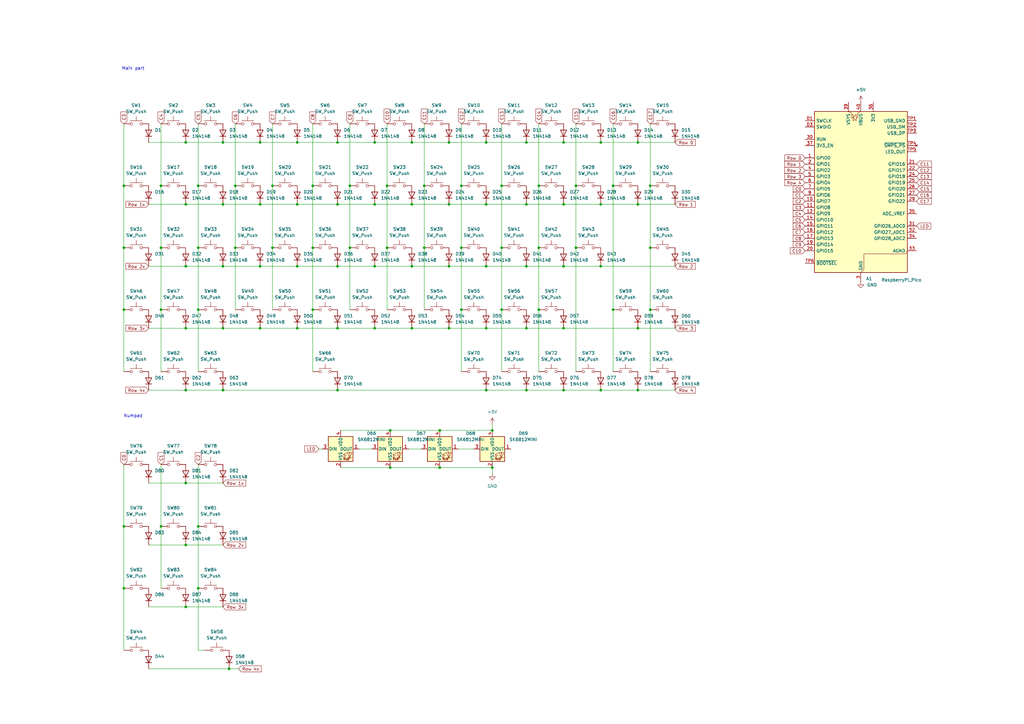
<source format=kicad_sch>
(kicad_sch (version 20250114) (generator "eeschema") (generator_version "9.0")
  (paper "A3")
  (lib_symbols
    (symbol "Diode:1N4148" (pin_numbers (hide yes)) (pin_names (hide yes))
      (property "Reference" "D" (at 0 2.54 0))
      (property "Value" "1N4148" (at 0 -2.54 0))
      (symbol "1N4148_1_1"
        (pin passive line (at -3.81 0 0) (length 2.54) (name "K") (number "1"))
        (pin passive line (at 3.81 0 180) (length 2.54) (name "A") (number "2"))
      )
    )
    (symbol "LED:SK6812MINI" (pin_names (offset 0.254))
      (property "Reference" "D" (at 5.08 5.715 0))
      (property "Value" "SK6812MINI" (at 1.27 -5.715 0))
      (symbol "SK6812MINI_0_0"
        (text "RGB" (at 2.286 -4.191 0) (effects (font (size 0.762 0.762))))
      )
      (symbol "SK6812MINI_1_1"
        (pin input line (at -7.62 0 0) (length 2.54) (name "DIN") (number "3"))
        (pin power_in line (at 0 7.62 270) (length 2.54) (name "VDD") (number "4"))
        (pin power_in line (at 0 -7.62 90) (length 2.54) (name "VSS") (number "2"))
        (pin output line (at 7.62 0 180) (length 2.54) (name "DOUT") (number "1"))
      )
    )
    (symbol "MCU_Module:RaspberryPi_Pico_Extensive" (pin_names (offset 0.762))
      (property "Reference" "A" (at -19.05 35.56 0))
      (property "Value" "RaspberryPi_Pico" (at 7.62 35.56 0))
      (symbol "RaspberryPi_Pico_Extensive_1_1"
        (pin input line (at -22.86 30.48 0) (length 3.81) (name "SWCLK") (number "D1"))
        (pin bidirectional line (at -22.86 27.94 0) (length 3.81) (name "SWDIO") (number "D3"))
        (pin passive line (at -22.86 22.86 0) (length 3.81) (name "RUN") (number "30"))
        (pin passive line (at -22.86 20.32 0) (length 3.81) (name "3V3_EN") (number "37"))
        (pin bidirectional line (at -22.86 15.24 0) (length 3.81) (name "GPIO0") (number "1"))
        (pin bidirectional line (at -22.86 12.7 0) (length 3.81) (name "GPIO1") (number "2"))
        (pin bidirectional line (at -22.86 10.16 0) (length 3.81) (name "GPIO2") (number "4"))
        (pin bidirectional line (at -22.86 7.62 0) (length 3.81) (name "GPIO3") (number "5"))
        (pin bidirectional line (at -22.86 5.08 0) (length 3.81) (name "GPIO4") (number "6"))
        (pin bidirectional line (at -22.86 2.54 0) (length 3.81) (name "GPIO5") (number "7"))
        (pin bidirectional line (at -22.86 0 0) (length 3.81) (name "GPIO6") (number "9"))
        (pin bidirectional line (at -22.86 -2.54 0) (length 3.81) (name "GPIO7") (number "10"))
        (pin bidirectional line (at -22.86 -5.08 0) (length 3.81) (name "GPIO8") (number "11"))
        (pin bidirectional line (at -22.86 -7.62 0) (length 3.81) (name "GPIO9") (number "12"))
        (pin bidirectional line (at -22.86 -10.16 0) (length 3.81) (name "GPIO10") (number "14"))
        (pin bidirectional line (at -22.86 -12.7 0) (length 3.81) (name "GPIO11") (number "15"))
        (pin bidirectional line (at -22.86 -15.24 0) (length 3.81) (name "GPIO12") (number "16"))
        (pin bidirectional line (at -22.86 -17.78 0) (length 3.81) (name "GPIO13") (number "17"))
        (pin bidirectional line (at -22.86 -20.32 0) (length 3.81) (name "GPIO14") (number "19"))
        (pin bidirectional line (at -22.86 -22.86 0) (length 3.81) (name "GPIO15") (number "20"))
        (pin input line (at -22.86 -27.94 0) (length 3.81) (name "~{BOOTSEL}") (number "TP6"))
        (pin power_in line (at -5.08 38.1 270) (length 3.81) (name "VSYS") (number "39"))
        (pin power_out line (at 0 38.1 270) (length 3.81) (name "VBUS") (number "40"))
        (pin passive line (at 0 -35.56 90) (length 3.81) (hide yes) (name "GND") (number "13"))
        (pin passive line (at 0 -35.56 90) (length 3.81) (hide yes) (name "GND") (number "18"))
        (pin passive line (at 0 -35.56 90) (length 3.81) (hide yes) (name "GND") (number "23"))
        (pin passive line (at 0 -35.56 90) (length 3.81) (hide yes) (name "GND") (number "28"))
        (pin power_out line (at 0 -35.56 90) (length 3.81) (name "GND") (number "3"))
        (pin passive line (at 0 -35.56 90) (length 3.81) (hide yes) (name "GND") (number "38"))
        (pin passive line (at 0 -35.56 90) (length 3.81) (hide yes) (name "GND") (number "8"))
        (pin passive line (at 0 -35.56 90) (length 3.81) (hide yes) (name "GND") (number "D2"))
        (pin power_out line (at 5.08 38.1 270) (length 3.81) (name "3V3") (number "36"))
        (pin power_out line (at 22.86 30.48 180) (length 3.81) (name "USB_GND") (number "TP1"))
        (pin bidirectional line (at 22.86 27.94 180) (length 3.81) (name "USB_DM") (number "TP2"))
        (pin bidirectional line (at 22.86 25.4 180) (length 3.81) (name "USB_DP") (number "TP3"))
        (pin no_connect line (at 22.86 20.32 180) (length 3.81) (name "~{SMPS_PS}") (number "TP4"))
        (pin output line (at 22.86 17.78 180) (length 3.81) (name "LED_OUT") (number "TP5"))
        (pin bidirectional line (at 22.86 12.7 180) (length 3.81) (name "GPIO16") (number "21"))
        (pin bidirectional line (at 22.86 10.16 180) (length 3.81) (name "GPIO17") (number "22"))
        (pin bidirectional line (at 22.86 7.62 180) (length 3.81) (name "GPIO18") (number "24"))
        (pin bidirectional line (at 22.86 5.08 180) (length 3.81) (name "GPIO19") (number "25"))
        (pin bidirectional line (at 22.86 2.54 180) (length 3.81) (name "GPIO20") (number "26"))
        (pin bidirectional line (at 22.86 0 180) (length 3.81) (name "GPIO21") (number "27"))
        (pin bidirectional line (at 22.86 -2.54 180) (length 3.81) (name "GPIO22") (number "29"))
        (pin power_in line (at 22.86 -7.62 180) (length 3.81) (name "ADC_VREF") (number "35"))
        (pin bidirectional line (at 22.86 -12.7 180) (length 3.81) (name "GPIO26_ADC0") (number "31"))
        (pin bidirectional line (at 22.86 -15.24 180) (length 3.81) (name "GPIO27_ADC1") (number "32"))
        (pin bidirectional line (at 22.86 -17.78 180) (length 3.81) (name "GPIO28_ADC2") (number "34"))
        (pin power_out line (at 22.86 -22.86 180) (length 3.81) (name "AGND") (number "33"))
      )
    )
    (symbol "Switch:SW_Push" (pin_numbers (hide yes)) (pin_names (offset 1.016) (hide yes))
      (property "Reference" "SW" (at 1.27 2.54 0))
      (property "Value" "SW_Push" (at 0 -1.524 0))
      (symbol "SW_Push_0_1"
        (pin passive line (at -5.08 0 0) (length 2.54) (name "1") (number "1"))
        (pin passive line (at 5.08 0 180) (length 2.54) (name "2") (number "2"))
      )
    )
    (symbol "power:+5V" (power) (pin_numbers (hide yes)) (pin_names (offset 0) (hide yes))
      (property "Value" "+5V" (at 0 3.556 0))
      (symbol "+5V_1_1"
        (pin power_in line (at 0 0 90) (length 0) (name "~") (number "1"))
      )
    )
    (symbol "power:GND" (power) (pin_numbers (hide yes)) (pin_names (offset 0) (hide yes))
      (property "Value" "GND" (at 0 -3.81 0))
      (symbol "GND_1_1"
        (pin power_in line (at 0 0 270) (length 0) (name "~") (number "1"))
      )
    )
  )
  (text "Numpad\n" (at 54.61 170.688 0) (effects (font (size 1.27 1.27))))
  (text "Main part\n" (at 54.61 28.194 0) (effects (font (size 1.27 1.27))))
  (junction (at 158.75 76.2))
  (junction (at 246.38 83.82))
  (junction (at 189.23 76.2))
  (junction (at 66.04 76.2))
  (junction (at 251.46 127))
  (junction (at 111.76 76.2))
  (junction (at 81.28 76.2))
  (junction (at 215.9 160.02))
  (junction (at 246.38 160.02))
  (junction (at 66.04 215.9))
  (junction (at 76.2 160.02))
  (junction (at 81.28 241.3))
  (junction (at 96.52 76.2))
  (junction (at 173.99 76.2))
  (junction (at 121.92 58.42))
  (junction (at 231.14 83.82))
  (junction (at 236.22 101.6))
  (junction (at 160.02 191.77))
  (junction (at 76.2 109.22))
  (junction (at 199.39 134.62))
  (junction (at 121.92 109.22))
  (junction (at 189.23 127))
  (junction (at 266.7 101.6))
  (junction (at 138.43 109.22))
  (junction (at 201.93 176.53))
  (junction (at 106.68 58.42))
  (junction (at 236.22 76.2))
  (junction (at 220.98 76.2))
  (junction (at 81.28 215.9))
  (junction (at 96.52 101.6))
  (junction (at 205.74 101.6))
  (junction (at 184.15 109.22))
  (junction (at 251.46 76.2))
  (junction (at 246.38 109.22))
  (junction (at 168.91 83.82))
  (junction (at 158.75 101.6))
  (junction (at 261.62 160.02))
  (junction (at 76.2 58.42))
  (junction (at 153.67 58.42))
  (junction (at 50.8 241.3))
  (junction (at 201.93 191.77))
  (junction (at 91.44 134.62))
  (junction (at 128.27 127))
  (junction (at 246.38 58.42))
  (junction (at 199.39 58.42))
  (junction (at 50.8 101.6))
  (junction (at 50.8 76.2))
  (junction (at 121.92 134.62))
  (junction (at 91.44 83.82))
  (junction (at 266.7 127))
  (junction (at 231.14 109.22))
  (junction (at 199.39 160.02))
  (junction (at 76.2 248.92))
  (junction (at 138.43 160.02))
  (junction (at 91.44 109.22))
  (junction (at 138.43 58.42))
  (junction (at 93.98 274.32))
  (junction (at 231.14 134.62))
  (junction (at 199.39 83.82))
  (junction (at 189.23 101.6))
  (junction (at 50.8 127))
  (junction (at 153.67 134.62))
  (junction (at 106.68 83.82))
  (junction (at 215.9 134.62))
  (junction (at 215.9 83.82))
  (junction (at 76.2 198.12))
  (junction (at 168.91 58.42))
  (junction (at 81.28 127))
  (junction (at 261.62 134.62))
  (junction (at 215.9 109.22))
  (junction (at 205.74 127))
  (junction (at 138.43 83.82))
  (junction (at 168.91 109.22))
  (junction (at 180.34 176.53))
  (junction (at 76.2 83.82))
  (junction (at 91.44 160.02))
  (junction (at 138.43 134.62))
  (junction (at 205.74 76.2))
  (junction (at 231.14 58.42))
  (junction (at 143.51 101.6))
  (junction (at 261.62 58.42))
  (junction (at 261.62 83.82))
  (junction (at 50.8 215.9))
  (junction (at 184.15 134.62))
  (junction (at 81.28 101.6))
  (junction (at 168.91 134.62))
  (junction (at 220.98 101.6))
  (junction (at 66.04 127))
  (junction (at 231.14 160.02))
  (junction (at 106.68 109.22))
  (junction (at 76.2 134.62))
  (junction (at 153.67 83.82))
  (junction (at 76.2 223.52))
  (junction (at 128.27 76.2))
  (junction (at 153.67 109.22))
  (junction (at 184.15 83.82))
  (junction (at 66.04 101.6))
  (junction (at 128.27 101.6))
  (junction (at 91.44 58.42))
  (junction (at 121.92 83.82))
  (junction (at 266.7 76.2))
  (junction (at 215.9 58.42))
  (junction (at 220.98 127))
  (junction (at 180.34 191.77))
  (junction (at 143.51 76.2))
  (junction (at 184.15 58.42))
  (junction (at 160.02 176.53))
  (junction (at 199.39 109.22))
  (junction (at 106.68 134.62))
  (junction (at 111.76 101.6))
  (junction (at 173.99 101.6))
  (wire (pts (xy 60.96 198.12) (xy 76.2 198.12)))
  (wire (pts (xy 81.28 266.7) (xy 83.82 266.7)))
  (wire (pts (xy 91.44 109.22) (xy 106.68 109.22)))
  (wire (pts (xy 167.64 184.15) (xy 172.72 184.15)))
  (wire (pts (xy 60.96 274.32) (xy 93.98 274.32)))
  (wire (pts (xy 76.2 83.82) (xy 91.44 83.82)))
  (wire (pts (xy 121.92 83.82) (xy 138.43 83.82)))
  (wire (pts (xy 130.81 184.15) (xy 132.08 184.15)))
  (wire (pts (xy 231.14 160.02) (xy 246.38 160.02)))
  (wire (pts (xy 76.2 109.22) (xy 91.44 109.22)))
  (wire (pts (xy 215.9 109.22) (xy 231.14 109.22)))
  (wire (pts (xy 121.92 134.62) (xy 138.43 134.62)))
  (wire (pts (xy 158.75 76.2) (xy 158.75 101.6)))
  (wire (pts (xy 96.52 101.6) (xy 96.52 127)))
  (wire (pts (xy 153.67 83.82) (xy 168.91 83.82)))
  (wire (pts (xy 266.7 50.8) (xy 266.7 76.2)))
  (wire (pts (xy 106.68 83.82) (xy 121.92 83.82)))
  (wire (pts (xy 50.8 101.6) (xy 50.8 127)))
  (wire (pts (xy 236.22 76.2) (xy 236.22 101.6)))
  (wire (pts (xy 50.8 50.8) (xy 50.8 76.2)))
  (wire (pts (xy 189.23 101.6) (xy 189.23 127)))
  (wire (pts (xy 189.23 76.2) (xy 189.23 101.6)))
  (wire (pts (xy 205.74 127) (xy 205.74 152.4)))
  (wire (pts (xy 160.02 176.53) (xy 180.34 176.53)))
  (wire (pts (xy 184.15 134.62) (xy 199.39 134.62)))
  (wire (pts (xy 96.52 50.8) (xy 96.52 76.2)))
  (wire (pts (xy 173.99 50.8) (xy 173.99 76.2)))
  (wire (pts (xy 76.2 160.02) (xy 91.44 160.02)))
  (wire (pts (xy 153.67 134.62) (xy 168.91 134.62)))
  (wire (pts (xy 106.68 134.62) (xy 121.92 134.62)))
  (wire (pts (xy 81.28 241.3) (xy 81.28 266.7)))
  (wire (pts (xy 76.2 248.92) (xy 91.44 248.92)))
  (wire (pts (xy 184.15 83.82) (xy 199.39 83.82)))
  (wire (pts (xy 81.28 215.9) (xy 81.28 241.3)))
  (wire (pts (xy 251.46 76.2) (xy 251.46 127)))
  (wire (pts (xy 215.9 160.02) (xy 231.14 160.02)))
  (wire (pts (xy 220.98 76.2) (xy 220.98 101.6)))
  (wire (pts (xy 261.62 58.42) (xy 276.86 58.42)))
  (wire (pts (xy 60.96 248.92) (xy 76.2 248.92)))
  (wire (pts (xy 215.9 134.62) (xy 231.14 134.62)))
  (wire (pts (xy 143.51 50.8) (xy 143.51 76.2)))
  (wire (pts (xy 168.91 134.62) (xy 184.15 134.62)))
  (wire (pts (xy 215.9 58.42) (xy 231.14 58.42)))
  (wire (pts (xy 106.68 58.42) (xy 121.92 58.42)))
  (wire (pts (xy 189.23 127) (xy 189.23 152.4)))
  (wire (pts (xy 246.38 160.02) (xy 261.62 160.02)))
  (wire (pts (xy 220.98 101.6) (xy 220.98 127)))
  (wire (pts (xy 231.14 134.62) (xy 261.62 134.62)))
  (wire (pts (xy 261.62 83.82) (xy 276.86 83.82)))
  (wire (pts (xy 81.28 190.5) (xy 81.28 215.9)))
  (wire (pts (xy 66.04 50.8) (xy 66.04 76.2)))
  (wire (pts (xy 153.67 58.42) (xy 168.91 58.42)))
  (wire (pts (xy 251.46 50.8) (xy 251.46 76.2)))
  (wire (pts (xy 201.93 194.31) (xy 201.93 191.77)))
  (wire (pts (xy 261.62 134.62) (xy 276.86 134.62)))
  (wire (pts (xy 50.8 127) (xy 50.8 152.4)))
  (wire (pts (xy 168.91 109.22) (xy 184.15 109.22)))
  (wire (pts (xy 50.8 190.5) (xy 50.8 215.9)))
  (wire (pts (xy 50.8 215.9) (xy 50.8 241.3)))
  (wire (pts (xy 184.15 109.22) (xy 199.39 109.22)))
  (wire (pts (xy 168.91 83.82) (xy 184.15 83.82)))
  (wire (pts (xy 121.92 58.42) (xy 138.43 58.42)))
  (wire (pts (xy 231.14 109.22) (xy 246.38 109.22)))
  (wire (pts (xy 66.04 76.2) (xy 66.04 101.6)))
  (wire (pts (xy 76.2 58.42) (xy 91.44 58.42)))
  (wire (pts (xy 246.38 83.82) (xy 261.62 83.82)))
  (wire (pts (xy 138.43 134.62) (xy 153.67 134.62)))
  (wire (pts (xy 111.76 50.8) (xy 111.76 76.2)))
  (wire (pts (xy 205.74 101.6) (xy 205.74 127)))
  (wire (pts (xy 266.7 76.2) (xy 266.7 101.6)))
  (wire (pts (xy 81.28 76.2) (xy 81.28 101.6)))
  (wire (pts (xy 189.23 50.8) (xy 189.23 76.2)))
  (wire (pts (xy 96.52 76.2) (xy 96.52 101.6)))
  (wire (pts (xy 111.76 101.6) (xy 111.76 127)))
  (wire (pts (xy 60.96 109.22) (xy 76.2 109.22)))
  (wire (pts (xy 128.27 76.2) (xy 128.27 101.6)))
  (wire (pts (xy 180.34 176.53) (xy 201.93 176.53)))
  (wire (pts (xy 180.34 191.77) (xy 201.93 191.77)))
  (wire (pts (xy 60.96 223.52) (xy 76.2 223.52)))
  (wire (pts (xy 97.79 274.32) (xy 93.98 274.32)))
  (wire (pts (xy 81.28 127) (xy 81.28 152.4)))
  (wire (pts (xy 266.7 127) (xy 266.7 152.4)))
  (wire (pts (xy 199.39 160.02) (xy 215.9 160.02)))
  (wire (pts (xy 246.38 58.42) (xy 261.62 58.42)))
  (wire (pts (xy 128.27 50.8) (xy 128.27 76.2)))
  (wire (pts (xy 201.93 173.99) (xy 201.93 176.53)))
  (wire (pts (xy 138.43 109.22) (xy 153.67 109.22)))
  (wire (pts (xy 231.14 58.42) (xy 246.38 58.42)))
  (wire (pts (xy 215.9 83.82) (xy 231.14 83.82)))
  (wire (pts (xy 60.96 160.02) (xy 76.2 160.02)))
  (wire (pts (xy 91.44 83.82) (xy 106.68 83.82)))
  (wire (pts (xy 139.7 176.53) (xy 160.02 176.53)))
  (wire (pts (xy 91.44 134.62) (xy 106.68 134.62)))
  (wire (pts (xy 128.27 101.6) (xy 128.27 127)))
  (wire (pts (xy 66.04 101.6) (xy 66.04 127)))
  (wire (pts (xy 160.02 191.77) (xy 180.34 191.77)))
  (wire (pts (xy 199.39 134.62) (xy 215.9 134.62)))
  (wire (pts (xy 60.96 58.42) (xy 76.2 58.42)))
  (wire (pts (xy 138.43 160.02) (xy 199.39 160.02)))
  (wire (pts (xy 261.62 160.02) (xy 276.86 160.02)))
  (wire (pts (xy 251.46 127) (xy 251.46 152.4)))
  (wire (pts (xy 50.8 241.3) (xy 50.8 266.7)))
  (wire (pts (xy 66.04 215.9) (xy 66.04 241.3)))
  (wire (pts (xy 205.74 76.2) (xy 205.74 101.6)))
  (wire (pts (xy 66.04 127) (xy 66.04 152.4)))
  (wire (pts (xy 184.15 58.42) (xy 199.39 58.42)))
  (wire (pts (xy 199.39 109.22) (xy 215.9 109.22)))
  (wire (pts (xy 139.7 191.77) (xy 160.02 191.77)))
  (wire (pts (xy 76.2 223.52) (xy 91.44 223.52)))
  (wire (pts (xy 266.7 101.6) (xy 266.7 127)))
  (wire (pts (xy 199.39 83.82) (xy 215.9 83.82)))
  (wire (pts (xy 91.44 58.42) (xy 106.68 58.42)))
  (wire (pts (xy 147.32 184.15) (xy 152.4 184.15)))
  (wire (pts (xy 81.28 50.8) (xy 81.28 76.2)))
  (wire (pts (xy 60.96 83.82) (xy 76.2 83.82)))
  (wire (pts (xy 173.99 101.6) (xy 173.99 127)))
  (wire (pts (xy 50.8 76.2) (xy 50.8 101.6)))
  (wire (pts (xy 60.96 134.62) (xy 76.2 134.62)))
  (wire (pts (xy 138.43 58.42) (xy 153.67 58.42)))
  (wire (pts (xy 158.75 50.8) (xy 158.75 76.2)))
  (wire (pts (xy 173.99 76.2) (xy 173.99 101.6)))
  (wire (pts (xy 153.67 109.22) (xy 168.91 109.22)))
  (wire (pts (xy 187.96 184.15) (xy 194.31 184.15)))
  (wire (pts (xy 121.92 109.22) (xy 138.43 109.22)))
  (wire (pts (xy 220.98 50.8) (xy 220.98 76.2)))
  (wire (pts (xy 138.43 83.82) (xy 153.67 83.82)))
  (wire (pts (xy 143.51 101.6) (xy 143.51 127)))
  (wire (pts (xy 143.51 76.2) (xy 143.51 101.6)))
  (wire (pts (xy 199.39 58.42) (xy 215.9 58.42)))
  (wire (pts (xy 128.27 127) (xy 128.27 152.4)))
  (wire (pts (xy 168.91 58.42) (xy 184.15 58.42)))
  (wire (pts (xy 246.38 109.22) (xy 276.86 109.22)))
  (wire (pts (xy 111.76 76.2) (xy 111.76 101.6)))
  (wire (pts (xy 76.2 134.62) (xy 91.44 134.62)))
  (wire (pts (xy 205.74 50.8) (xy 205.74 76.2)))
  (wire (pts (xy 91.44 160.02) (xy 138.43 160.02)))
  (wire (pts (xy 220.98 127) (xy 220.98 152.4)))
  (wire (pts (xy 106.68 109.22) (xy 121.92 109.22)))
  (wire (pts (xy 76.2 198.12) (xy 91.44 198.12)))
  (wire (pts (xy 231.14 83.82) (xy 246.38 83.82)))
  (wire (pts (xy 93.98 274.32) (xy 93.98 273.05)))
  (wire (pts (xy 66.04 190.5) (xy 66.04 215.9)))
  (wire (pts (xy 81.28 101.6) (xy 81.28 127)))
  (wire (pts (xy 158.75 101.6) (xy 158.75 127)))
  (wire (pts (xy 236.22 50.8) (xy 236.22 76.2)))
  (wire (pts (xy 236.22 101.6) (xy 236.22 152.4)))
  (global_label "C11" (shape input) (at 173.99 50.8 90) (property "Intersheetrefs" "${INTERSHEET_REFS}" (effects (hide yes))))
  (global_label "Row 1" (shape input) (at 276.86 83.82 0) (property "Intersheetrefs" "${INTERSHEET_REFS}" (effects (hide yes))))
  (global_label "Row 3" (shape input) (at 276.86 134.62 0) (property "Intersheetrefs" "${INTERSHEET_REFS}" (effects (hide yes))))
  (global_label "C5" (shape input) (at 330.2 90.17 180) (property "Intersheetrefs" "${INTERSHEET_REFS}" (effects (hide yes))))
  (global_label "C13" (shape input) (at 205.74 50.8 90) (property "Intersheetrefs" "${INTERSHEET_REFS}" (effects (hide yes))))
  (global_label "C7" (shape input) (at 111.76 50.8 90) (property "Intersheetrefs" "${INTERSHEET_REFS}" (effects (hide yes))))
  (global_label "C1" (shape input) (at 66.04 190.5 90) (property "Intersheetrefs" "${INTERSHEET_REFS}" (effects (hide yes))))
  (global_label "C6" (shape input) (at 96.52 50.8 90) (property "Intersheetrefs" "${INTERSHEET_REFS}" (effects (hide yes))))
  (global_label "C10" (shape input) (at 330.2 102.87 180) (property "Intersheetrefs" "${INTERSHEET_REFS}" (effects (hide yes))))
  (global_label "C4" (shape input) (at 66.04 50.8 90) (property "Intersheetrefs" "${INTERSHEET_REFS}" (effects (hide yes))))
  (global_label "C6" (shape input) (at 330.2 92.71 180) (property "Intersheetrefs" "${INTERSHEET_REFS}" (effects (hide yes))))
  (global_label "Row 3x" (shape input) (at 91.44 248.92 0) (property "Intersheetrefs" "${INTERSHEET_REFS}" (effects (hide yes))))
  (global_label "C16" (shape input) (at 375.92 80.01 0) (property "Intersheetrefs" "${INTERSHEET_REFS}" (effects (hide yes))))
  (global_label "LED" (shape input) (at 130.81 184.15 180) (property "Intersheetrefs" "${INTERSHEET_REFS}" (effects (hide yes))))
  (global_label "Row 4x" (shape input) (at 97.79 274.32 0) (property "Intersheetrefs" "${INTERSHEET_REFS}" (effects (hide yes))))
  (global_label "C2" (shape input) (at 81.28 190.5 90) (property "Intersheetrefs" "${INTERSHEET_REFS}" (effects (hide yes))))
  (global_label "C0" (shape input) (at 50.8 190.5 90) (property "Intersheetrefs" "${INTERSHEET_REFS}" (effects (hide yes))))
  (global_label "Row 4" (shape input) (at 276.86 160.02 0) (property "Intersheetrefs" "${INTERSHEET_REFS}" (effects (hide yes))))
  (global_label "C15" (shape input) (at 236.22 50.8 90) (property "Intersheetrefs" "${INTERSHEET_REFS}" (effects (hide yes))))
  (global_label "Row 3" (shape input) (at 330.2 72.39 180) (property "Intersheetrefs" "${INTERSHEET_REFS}" (effects (hide yes))))
  (global_label "Row 4x" (shape input) (at 60.96 160.02 180) (property "Intersheetrefs" "${INTERSHEET_REFS}" (effects (hide yes))))
  (global_label "C10" (shape input) (at 158.75 50.8 90) (property "Intersheetrefs" "${INTERSHEET_REFS}" (effects (hide yes))))
  (global_label "C16" (shape input) (at 251.46 50.8 90) (property "Intersheetrefs" "${INTERSHEET_REFS}" (effects (hide yes))))
  (global_label "C5" (shape input) (at 81.28 50.8 90) (property "Intersheetrefs" "${INTERSHEET_REFS}" (effects (hide yes))))
  (global_label "Row 3x" (shape input) (at 60.96 134.62 180) (property "Intersheetrefs" "${INTERSHEET_REFS}" (effects (hide yes))))
  (global_label "C7" (shape input) (at 330.2 95.25 180) (property "Intersheetrefs" "${INTERSHEET_REFS}" (effects (hide yes))))
  (global_label "C17" (shape input) (at 266.7 50.8 90) (property "Intersheetrefs" "${INTERSHEET_REFS}" (effects (hide yes))))
  (global_label "C14" (shape input) (at 220.98 50.8 90) (property "Intersheetrefs" "${INTERSHEET_REFS}" (effects (hide yes))))
  (global_label "C0" (shape input) (at 330.2 77.47 180) (property "Intersheetrefs" "${INTERSHEET_REFS}" (effects (hide yes))))
  (global_label "C8" (shape input) (at 128.27 50.8 90) (property "Intersheetrefs" "${INTERSHEET_REFS}" (effects (hide yes))))
  (global_label "C3" (shape input) (at 330.2 85.09 180) (property "Intersheetrefs" "${INTERSHEET_REFS}" (effects (hide yes))))
  (global_label "Row 2" (shape input) (at 330.2 69.85 180) (property "Intersheetrefs" "${INTERSHEET_REFS}" (effects (hide yes))))
  (global_label "Row 2" (shape input) (at 276.86 109.22 0) (property "Intersheetrefs" "${INTERSHEET_REFS}" (effects (hide yes))))
  (global_label "C15" (shape input) (at 375.92 77.47 0) (property "Intersheetrefs" "${INTERSHEET_REFS}" (effects (hide yes))))
  (global_label "C17" (shape input) (at 375.92 82.55 0) (property "Intersheetrefs" "${INTERSHEET_REFS}" (effects (hide yes))))
  (global_label "C13" (shape input) (at 375.92 72.39 0) (property "Intersheetrefs" "${INTERSHEET_REFS}" (effects (hide yes))))
  (global_label "C11" (shape input) (at 375.92 67.31 0) (property "Intersheetrefs" "${INTERSHEET_REFS}" (effects (hide yes))))
  (global_label "Row 1x" (shape input) (at 91.44 198.12 0) (property "Intersheetrefs" "${INTERSHEET_REFS}" (effects (hide yes))))
  (global_label "Row 2x" (shape input) (at 91.44 223.52 0) (property "Intersheetrefs" "${INTERSHEET_REFS}" (effects (hide yes))))
  (global_label "Row 1" (shape input) (at 330.2 67.31 180) (property "Intersheetrefs" "${INTERSHEET_REFS}" (effects (hide yes))))
  (global_label "C12" (shape input) (at 375.92 69.85 0) (property "Intersheetrefs" "${INTERSHEET_REFS}" (effects (hide yes))))
  (global_label "C9" (shape input) (at 330.2 100.33 180) (property "Intersheetrefs" "${INTERSHEET_REFS}" (effects (hide yes))))
  (global_label "C2" (shape input) (at 330.2 82.55 180) (property "Intersheetrefs" "${INTERSHEET_REFS}" (effects (hide yes))))
  (global_label "C14" (shape input) (at 375.92 74.93 0) (property "Intersheetrefs" "${INTERSHEET_REFS}" (effects (hide yes))))
  (global_label "C4" (shape input) (at 330.2 87.63 180) (property "Intersheetrefs" "${INTERSHEET_REFS}" (effects (hide yes))))
  (global_label "C9" (shape input) (at 143.51 50.8 90) (property "Intersheetrefs" "${INTERSHEET_REFS}" (effects (hide yes))))
  (global_label "Row 0" (shape input) (at 276.86 58.42 0) (property "Intersheetrefs" "${INTERSHEET_REFS}" (effects (hide yes))))
  (global_label "C8" (shape input) (at 330.2 97.79 180) (property "Intersheetrefs" "${INTERSHEET_REFS}" (effects (hide yes))))
  (global_label "C3" (shape input) (at 50.8 50.8 90) (property "Intersheetrefs" "${INTERSHEET_REFS}" (effects (hide yes))))
  (global_label "C12" (shape input) (at 189.23 50.8 90) (property "Intersheetrefs" "${INTERSHEET_REFS}" (effects (hide yes))))
  (global_label "Row 4" (shape input) (at 330.2 74.93 180) (property "Intersheetrefs" "${INTERSHEET_REFS}" (effects (hide yes))))
  (global_label "LED" (shape input) (at 375.92 92.71 0) (property "Intersheetrefs" "${INTERSHEET_REFS}" (effects (hide yes))))
  (global_label "Row 0" (shape input) (at 330.2 64.77 180) (property "Intersheetrefs" "${INTERSHEET_REFS}" (effects (hide yes))))
  (global_label "Row 2x" (shape input) (at 60.96 109.22 180) (property "Intersheetrefs" "${INTERSHEET_REFS}" (effects (hide yes))))
  (global_label "C1" (shape input) (at 330.2 80.01 180) (property "Intersheetrefs" "${INTERSHEET_REFS}" (effects (hide yes))))
  (global_label "Row 1x" (shape input) (at 60.96 83.82 180) (property "Intersheetrefs" "${INTERSHEET_REFS}" (effects (hide yes))))
  (symbol (lib_id "Switch:SW_Push") (at 116.84 101.6 0) (unit 1)
    (property "Reference" "SW35" (at 116.84 93.98 0))
    (property "Value" "SW_Push" (at 116.84 96.52 0))
    (property "Footprint" "Button_Switch_Keyboard:SW_Cherry_MX_1.00u_PCB" (effects (hide yes)))
    (property "Description" "Push button switch, generic, two pins" (effects (hide yes)))
  )
  (symbol (lib_id "Switch:SW_Push") (at 86.36 101.6 0) (unit 1)
    (property "Reference" "SW33" (at 86.36 93.98 0))
    (property "Value" "SW_Push" (at 86.36 96.52 0))
    (property "Footprint" "Button_Switch_Keyboard:SW_Cherry_MX_1.00u_PCB" (effects (hide yes)))
    (property "Description" "Push button switch, generic, two pins" (effects (hide yes)))
  )
  (symbol (lib_id "Diode:1N4148") (at 76.2 219.71 90) (unit 1)
    (property "Reference" "D84" (at 78.74 218.4399 90) (effects (justify right)))
    (property "Value" "1N4148" (at 78.74 220.9799 90) (effects (justify right)))
    (property "Footprint" "Diode_THT:D_DO-35_SOD27_P7.62mm_Horizontal" (effects (hide yes)))
    (property "Datasheet" "https://assets.nexperia.com/documents/data-sheet/1N4148_1N4448.pdf" (effects (hide yes)))
    (property "Description" "100V 0.15A standard switching diode, DO-35" (effects (hide yes)))
    (property "Sim.Device" "D" (effects (hide yes)))
    (property "Sim.Pins" "1=K 2=A" (effects (hide yes)))
  )
  (symbol (lib_id "Switch:SW_Push") (at 86.36 241.3 0) (unit 1)
    (property "Reference" "SW84" (at 86.36 233.68 0))
    (property "Value" "SW_Push" (at 86.36 236.22 0))
    (property "Footprint" "Button_Switch_Keyboard:SW_Cherry_MX_1.00u_PCB" (effects (hide yes)))
    (property "Description" "Push button switch, generic, two pins" (effects (hide yes)))
  )
  (symbol (lib_id "Diode:1N4148") (at 276.86 156.21 90) (unit 1)
    (property "Reference" "D79" (at 279.4 154.9399 90) (effects (justify right)))
    (property "Value" "1N4148" (at 279.4 157.4799 90) (effects (justify right)))
    (property "Footprint" "Diode_THT:D_DO-35_SOD27_P7.62mm_Horizontal" (effects (hide yes)))
    (property "Datasheet" "https://assets.nexperia.com/documents/data-sheet/1N4148_1N4448.pdf" (effects (hide yes)))
    (property "Description" "100V 0.15A standard switching diode, DO-35" (effects (hide yes)))
    (property "Sim.Device" "D" (effects (hide yes)))
    (property "Sim.Pins" "1=K 2=A" (effects (hide yes)))
  )
  (symbol (lib_id "Diode:1N4148") (at 199.39 80.01 90) (unit 1)
    (property "Reference" "D25" (at 201.93 78.7399 90) (effects (justify right)))
    (property "Value" "1N4148" (at 201.93 81.2799 90) (effects (justify right)))
    (property "Footprint" "Diode_THT:D_DO-35_SOD27_P7.62mm_Horizontal" (effects (hide yes)))
    (property "Datasheet" "https://assets.nexperia.com/documents/data-sheet/1N4148_1N4448.pdf" (effects (hide yes)))
    (property "Description" "100V 0.15A standard switching diode, DO-35" (effects (hide yes)))
    (property "Sim.Device" "D" (effects (hide yes)))
    (property "Sim.Pins" "1=K 2=A" (effects (hide yes)))
  )
  (symbol (lib_id "Diode:1N4148") (at 168.91 105.41 90) (unit 1)
    (property "Reference" "D38" (at 171.45 104.1399 90) (effects (justify right)))
    (property "Value" "1N4148" (at 171.45 106.6799 90) (effects (justify right)))
    (property "Footprint" "Diode_THT:D_DO-35_SOD27_P7.62mm_Horizontal" (effects (hide yes)))
    (property "Datasheet" "https://assets.nexperia.com/documents/data-sheet/1N4148_1N4448.pdf" (effects (hide yes)))
    (property "Description" "100V 0.15A standard switching diode, DO-35" (effects (hide yes)))
    (property "Sim.Device" "D" (effects (hide yes)))
    (property "Sim.Pins" "1=K 2=A" (effects (hide yes)))
  )
  (symbol (lib_id "Switch:SW_Push") (at 86.36 190.5 0) (unit 1)
    (property "Reference" "SW78" (at 86.36 182.88 0))
    (property "Value" "SW_Push" (at 86.36 185.42 0))
    (property "Footprint" "Button_Switch_Keyboard:SW_Cherry_MX_1.00u_PCB" (effects (hide yes)))
    (property "Description" "Push button switch, generic, two pins" (effects (hide yes)))
  )
  (symbol (lib_id "Diode:1N4148") (at 276.86 54.61 90) (unit 1)
    (property "Reference" "D15" (at 279.4 53.3399 90) (effects (justify right)))
    (property "Value" "1N4148" (at 279.4 55.8799 90) (effects (justify right)))
    (property "Footprint" "Diode_THT:D_DO-35_SOD27_P7.62mm_Horizontal" (effects (hide yes)))
    (property "Datasheet" "https://assets.nexperia.com/documents/data-sheet/1N4148_1N4448.pdf" (effects (hide yes)))
    (property "Description" "100V 0.15A standard switching diode, DO-35" (effects (hide yes)))
    (property "Sim.Device" "D" (effects (hide yes)))
    (property "Sim.Pins" "1=K 2=A" (effects (hide yes)))
  )
  (symbol (lib_id "Switch:SW_Push") (at 210.82 50.8 0) (unit 1)
    (property "Reference" "SW11" (at 210.82 43.18 0))
    (property "Value" "SW_Push" (at 210.82 45.72 0))
    (property "Footprint" "Button_Switch_Keyboard:SW_Cherry_MX_1.00u_PCB" (effects (hide yes)))
    (property "Description" "Push button switch, generic, two pins" (effects (hide yes)))
  )
  (symbol (lib_id "Diode:1N4148") (at 121.92 130.81 90) (unit 1)
    (property "Reference" "D50" (at 124.46 129.5399 90) (effects (justify right)))
    (property "Value" "1N4148" (at 124.46 132.0799 90) (effects (justify right)))
    (property "Footprint" "Diode_THT:D_DO-35_SOD27_P7.62mm_Horizontal" (effects (hide yes)))
    (property "Datasheet" "https://assets.nexperia.com/documents/data-sheet/1N4148_1N4448.pdf" (effects (hide yes)))
    (property "Description" "100V 0.15A standard switching diode, DO-35" (effects (hide yes)))
    (property "Sim.Device" "D" (effects (hide yes)))
    (property "Sim.Pins" "1=K 2=A" (effects (hide yes)))
  )
  (symbol (lib_id "Diode:1N4148") (at 121.92 80.01 90) (unit 1)
    (property "Reference" "D20" (at 124.46 78.7399 90) (effects (justify right)))
    (property "Value" "1N4148" (at 124.46 81.2799 90) (effects (justify right)))
    (property "Footprint" "Diode_THT:D_DO-35_SOD27_P7.62mm_Horizontal" (effects (hide yes)))
    (property "Datasheet" "https://assets.nexperia.com/documents/data-sheet/1N4148_1N4448.pdf" (effects (hide yes)))
    (property "Description" "100V 0.15A standard switching diode, DO-35" (effects (hide yes)))
    (property "Sim.Device" "D" (effects (hide yes)))
    (property "Sim.Pins" "1=K 2=A" (effects (hide yes)))
  )
  (symbol (lib_id "Diode:1N4148") (at 60.96 245.11 90) (unit 1)
    (property "Reference" "D86" (at 63.5 243.8399 90) (effects (justify right)))
    (property "Value" "1N4148" (effects (hide yes)))
    (property "Footprint" "Diode_THT:D_DO-35_SOD27_P7.62mm_Horizontal" (effects (hide yes)))
    (property "Datasheet" "https://assets.nexperia.com/documents/data-sheet/1N4148_1N4448.pdf" (effects (hide yes)))
    (property "Description" "100V 0.15A standard switching diode, DO-35" (effects (hide yes)))
    (property "Sim.Device" "D" (effects (hide yes)))
    (property "Sim.Pins" "1=K 2=A" (effects (hide yes)))
  )
  (symbol (lib_id "power:GND") (at 353.06 115.57 0) (unit 1)
    (property "Reference" "#PWR02" (effects (hide yes)))
    (property "Value" "GND" (at 355.6 116.8399 0) (effects (justify left)))
    (property "Description" "Power symbol creates a global label with name \"GND\" , ground" (effects (hide yes)))
  )
  (symbol (lib_id "Switch:SW_Push") (at 133.35 127 0) (unit 1)
    (property "Reference" "SW51" (at 133.35 119.38 0))
    (property "Value" "SW_Push" (at 133.35 121.92 0))
    (property "Footprint" "Button_Switch_Keyboard:SW_Cherry_MX_1.00u_PCB" (effects (hide yes)))
    (property "Description" "Push button switch, generic, two pins" (effects (hide yes)))
  )
  (symbol (lib_id "power:+5V") (at 201.93 173.99 0) (unit 1)
    (property "Reference" "#PWR03" (effects (hide yes)))
    (property "Value" "+5V" (at 201.93 168.91 0))
    (property "Description" "Power symbol creates a global label with name \"+5V\"" (effects (hide yes)))
  )
  (symbol (lib_id "Diode:1N4148") (at 199.39 105.41 90) (unit 1)
    (property "Reference" "D40" (at 201.93 104.1399 90) (effects (justify right)))
    (property "Value" "1N4148" (at 201.93 106.6799 90) (effects (justify right)))
    (property "Footprint" "Diode_THT:D_DO-35_SOD27_P7.62mm_Horizontal" (effects (hide yes)))
    (property "Datasheet" "https://assets.nexperia.com/documents/data-sheet/1N4148_1N4448.pdf" (effects (hide yes)))
    (property "Description" "100V 0.15A standard switching diode, DO-35" (effects (hide yes)))
    (property "Sim.Device" "D" (effects (hide yes)))
    (property "Sim.Pins" "1=K 2=A" (effects (hide yes)))
  )
  (symbol (lib_id "Switch:SW_Push") (at 210.82 101.6 0) (unit 1)
    (property "Reference" "SW41" (at 210.82 93.98 0))
    (property "Value" "SW_Push" (at 210.82 96.52 0))
    (property "Footprint" "Button_Switch_Keyboard:SW_Cherry_MX_1.00u_PCB" (effects (hide yes)))
    (property "Description" "Push button switch, generic, two pins" (effects (hide yes)))
  )
  (symbol (lib_id "Switch:SW_Push") (at 194.31 50.8 0) (unit 1)
    (property "Reference" "SW10" (at 194.31 43.18 0))
    (property "Value" "SW_Push" (at 194.31 45.72 0))
    (property "Footprint" "Button_Switch_Keyboard:SW_Cherry_MX_1.00u_PCB" (effects (hide yes)))
    (property "Description" "Push button switch, generic, two pins" (effects (hide yes)))
  )
  (symbol (lib_id "Diode:1N4148") (at 121.92 54.61 90) (unit 1)
    (property "Reference" "D5" (at 124.46 53.3399 90) (effects (justify right)))
    (property "Value" "1N4148" (at 124.46 55.8799 90) (effects (justify right)))
    (property "Footprint" "Diode_THT:D_DO-35_SOD27_P7.62mm_Horizontal" (effects (hide yes)))
    (property "Datasheet" "https://assets.nexperia.com/documents/data-sheet/1N4148_1N4448.pdf" (effects (hide yes)))
    (property "Description" "100V 0.15A standard switching diode, DO-35" (effects (hide yes)))
    (property "Sim.Device" "D" (effects (hide yes)))
    (property "Sim.Pins" "1=K 2=A" (effects (hide yes)))
  )
  (symbol (lib_id "Switch:SW_Push") (at 271.78 50.8 0) (unit 1)
    (property "Reference" "SW15" (at 271.78 43.18 0))
    (property "Value" "SW_Push" (at 271.78 45.72 0))
    (property "Footprint" "Button_Switch_Keyboard:SW_Cherry_MX_1.00u_PCB" (effects (hide yes)))
    (property "Description" "Push button switch, generic, two pins" (effects (hide yes)))
  )
  (symbol (lib_id "Switch:SW_Push") (at 194.31 152.4 0) (unit 1)
    (property "Reference" "SW70" (at 194.31 144.78 0))
    (property "Value" "SW_Push" (at 194.31 147.32 0))
    (property "Footprint" "Button_Switch_Keyboard:SW_Cherry_MX_1.00u_PCB" (effects (hide yes)))
    (property "Description" "Push button switch, generic, two pins" (effects (hide yes)))
  )
  (symbol (lib_id "Diode:1N4148") (at 76.2 105.41 90) (unit 1)
    (property "Reference" "D32" (at 78.74 104.1399 90) (effects (justify right)))
    (property "Value" "1N4148" (at 78.74 106.6799 90) (effects (justify right)))
    (property "Footprint" "Diode_THT:D_DO-35_SOD27_P7.62mm_Horizontal" (effects (hide yes)))
    (property "Datasheet" "https://assets.nexperia.com/documents/data-sheet/1N4148_1N4448.pdf" (effects (hide yes)))
    (property "Description" "100V 0.15A standard switching diode, DO-35" (effects (hide yes)))
    (property "Sim.Device" "D" (effects (hide yes)))
    (property "Sim.Pins" "1=K 2=A" (effects (hide yes)))
  )
  (symbol (lib_id "Switch:SW_Push") (at 71.12 76.2 0) (unit 1)
    (property "Reference" "SW17" (at 71.12 68.58 0))
    (property "Value" "SW_Push" (at 71.12 71.12 0))
    (property "Footprint" "Button_Switch_Keyboard:SW_Cherry_MX_1.00u_PCB" (effects (hide yes)))
    (property "Description" "Push button switch, generic, two pins" (effects (hide yes)))
  )
  (symbol (lib_id "Switch:SW_Push") (at 226.06 127 0) (unit 1)
    (property "Reference" "SW57" (at 226.06 119.38 0))
    (property "Value" "SW_Push" (at 226.06 121.92 0))
    (property "Footprint" "Button_Switch_Keyboard:SW_Cherry_MX_2.00u_PCB" (effects (hide yes)))
    (property "Description" "Push button switch, generic, two pins" (effects (hide yes)))
  )
  (symbol (lib_id "Switch:SW_Push") (at 271.78 101.6 0) (unit 1)
    (property "Reference" "SW45" (at 271.78 93.98 0))
    (property "Value" "SW_Push" (at 271.78 96.52 0))
    (property "Footprint" "Button_Switch_Keyboard:SW_Cherry_MX_1.00u_PCB" (effects (hide yes)))
    (property "Description" "Push button switch, generic, two pins" (effects (hide yes)))
  )
  (symbol (lib_id "Switch:SW_Push") (at 55.88 241.3 0) (unit 1)
    (property "Reference" "SW82" (at 55.88 233.68 0))
    (property "Value" "SW_Push" (at 55.88 236.22 0))
    (property "Footprint" "Button_Switch_Keyboard:SW_Cherry_MX_1.00u_PCB" (effects (hide yes)))
    (property "Description" "Push button switch, generic, two pins" (effects (hide yes)))
  )
  (symbol (lib_id "Diode:1N4148") (at 153.67 130.81 90) (unit 1)
    (property "Reference" "D52" (at 156.21 129.5399 90) (effects (justify right)))
    (property "Value" "1N4148" (at 156.21 132.0799 90) (effects (justify right)))
    (property "Footprint" "Diode_THT:D_DO-35_SOD27_P7.62mm_Horizontal" (effects (hide yes)))
    (property "Datasheet" "https://assets.nexperia.com/documents/data-sheet/1N4148_1N4448.pdf" (effects (hide yes)))
    (property "Description" "100V 0.15A standard switching diode, DO-35" (effects (hide yes)))
    (property "Sim.Device" "D" (effects (hide yes)))
    (property "Sim.Pins" "1=K 2=A" (effects (hide yes)))
  )
  (symbol (lib_id "Diode:1N4148") (at 184.15 130.81 90) (unit 1)
    (property "Reference" "D54" (at 186.69 129.5399 90) (effects (justify right)))
    (property "Value" "1N4148" (at 186.69 132.0799 90) (effects (justify right)))
    (property "Footprint" "Diode_THT:D_DO-35_SOD27_P7.62mm_Horizontal" (effects (hide yes)))
    (property "Datasheet" "https://assets.nexperia.com/documents/data-sheet/1N4148_1N4448.pdf" (effects (hide yes)))
    (property "Description" "100V 0.15A standard switching diode, DO-35" (effects (hide yes)))
    (property "Sim.Device" "D" (effects (hide yes)))
    (property "Sim.Pins" "1=K 2=A" (effects (hide yes)))
  )
  (symbol (lib_id "Diode:1N4148") (at 60.96 54.61 90) (unit 1)
    (property "Reference" "D1" (at 63.5 53.3399 90) (effects (justify right)))
    (property "Value" "1N4148" (effects (hide yes)))
    (property "Footprint" "Diode_THT:D_DO-35_SOD27_P7.62mm_Horizontal" (effects (hide yes)))
    (property "Datasheet" "https://assets.nexperia.com/documents/data-sheet/1N4148_1N4448.pdf" (effects (hide yes)))
    (property "Description" "100V 0.15A standard switching diode, DO-35" (effects (hide yes)))
    (property "Sim.Device" "D" (effects (hide yes)))
    (property "Sim.Pins" "1=K 2=A" (effects (hide yes)))
  )
  (symbol (lib_id "Switch:SW_Push") (at 55.88 152.4 0) (unit 1)
    (property "Reference" "SW61" (at 55.88 144.78 0))
    (property "Value" "SW_Push" (at 55.88 147.32 0))
    (property "Footprint" "Button_Switch_Keyboard:SW_Cherry_MX_1.25u_PCB" (effects (hide yes)))
    (property "Description" "Push button switch, generic, two pins" (effects (hide yes)))
  )
  (symbol (lib_id "power:+5V") (at 353.06 41.91 0) (unit 1)
    (property "Reference" "#PWR04" (effects (hide yes)))
    (property "Value" "+5V" (at 353.06 36.83 0))
    (property "Description" "Power symbol creates a global label with name \"+5V\"" (effects (hide yes)))
  )
  (symbol (lib_id "Diode:1N4148") (at 246.38 80.01 90) (unit 1)
    (property "Reference" "D28" (at 248.92 78.7399 90) (effects (justify right)))
    (property "Value" "1N4148" (at 248.92 81.2799 90) (effects (justify right)))
    (property "Footprint" "Diode_THT:D_DO-35_SOD27_P7.62mm_Horizontal" (effects (hide yes)))
    (property "Datasheet" "https://assets.nexperia.com/documents/data-sheet/1N4148_1N4448.pdf" (effects (hide yes)))
    (property "Description" "100V 0.15A standard switching diode, DO-35" (effects (hide yes)))
    (property "Sim.Device" "D" (effects (hide yes)))
    (property "Sim.Pins" "1=K 2=A" (effects (hide yes)))
  )
  (symbol (lib_id "Diode:1N4148") (at 76.2 80.01 90) (unit 1)
    (property "Reference" "D17" (at 78.74 78.7399 90) (effects (justify right)))
    (property "Value" "1N4148" (at 78.74 81.2799 90) (effects (justify right)))
    (property "Footprint" "Diode_THT:D_DO-35_SOD27_P7.62mm_Horizontal" (effects (hide yes)))
    (property "Datasheet" "https://assets.nexperia.com/documents/data-sheet/1N4148_1N4448.pdf" (effects (hide yes)))
    (property "Description" "100V 0.15A standard switching diode, DO-35" (effects (hide yes)))
    (property "Sim.Device" "D" (effects (hide yes)))
    (property "Sim.Pins" "1=K 2=A" (effects (hide yes)))
  )
  (symbol (lib_id "Switch:SW_Push") (at 133.35 50.8 0) (unit 1)
    (property "Reference" "SW6" (at 133.35 43.18 0))
    (property "Value" "SW_Push" (at 133.35 45.72 0))
    (property "Footprint" "Button_Switch_Keyboard:SW_Cherry_MX_1.00u_PCB" (effects (hide yes)))
    (property "Description" "Push button switch, generic, two pins" (effects (hide yes)))
  )
  (symbol (lib_id "Switch:SW_Push") (at 163.83 50.8 0) (unit 1)
    (property "Reference" "SW8" (at 163.83 43.18 0))
    (property "Value" "SW_Push" (at 163.83 45.72 0))
    (property "Footprint" "Button_Switch_Keyboard:SW_Cherry_MX_1.00u_PCB" (effects (hide yes)))
    (property "Description" "Push button switch, generic, two pins" (effects (hide yes)))
  )
  (symbol (lib_id "LED:SK6812MINI") (at 160.02 184.15 0) (unit 1)
    (property "Reference" "D67" (at 172.72 177.7298 0))
    (property "Value" "SK6812MINI" (at 172.72 180.2698 0))
    (property "Footprint" "LED_SMD:LED_SK6812MINI_PLCC4_3.5x3.5mm_P1.75mm" (effects (hide yes)))
    (property "Datasheet" "https://cdn-shop.adafruit.com/product-files/2686/SK6812MINI_REV.01-1-2.pdf" (effects (hide yes)))
    (property "Description" "RGB LED with integrated controller" (effects (hide yes)))
  )
  (symbol (lib_id "Switch:SW_Push") (at 55.88 127 0) (unit 1)
    (property "Reference" "SW46" (at 55.88 119.38 0))
    (property "Value" "SW_Push" (at 55.88 121.92 0))
    (property "Footprint" "Button_Switch_Keyboard:SW_Cherry_MX_2.00u_PCB" (effects (hide yes)))
    (property "Description" "Push button switch, generic, two pins" (effects (hide yes)))
  )
  (symbol (lib_id "Diode:1N4148") (at 168.91 130.81 90) (unit 1)
    (property "Reference" "D53" (at 171.45 129.5399 90) (effects (justify right)))
    (property "Value" "1N4148" (at 171.45 132.0799 90) (effects (justify right)))
    (property "Footprint" "Diode_THT:D_DO-35_SOD27_P7.62mm_Horizontal" (effects (hide yes)))
    (property "Datasheet" "https://assets.nexperia.com/documents/data-sheet/1N4148_1N4448.pdf" (effects (hide yes)))
    (property "Description" "100V 0.15A standard switching diode, DO-35" (effects (hide yes)))
    (property "Sim.Device" "D" (effects (hide yes)))
    (property "Sim.Pins" "1=K 2=A" (effects (hide yes)))
  )
  (symbol (lib_id "Switch:SW_Push") (at 55.88 76.2 0) (unit 1)
    (property "Reference" "SW16" (at 55.88 68.58 0))
    (property "Value" "SW_Push" (at 55.88 71.12 0))
    (property "Footprint" "Button_Switch_Keyboard:SW_Cherry_MX_1.50u_PCB" (effects (hide yes)))
    (property "Description" "Push button switch, generic, two pins" (effects (hide yes)))
  )
  (symbol (lib_id "Diode:1N4148") (at 246.38 105.41 90) (unit 1)
    (property "Reference" "D43" (at 248.92 104.1399 90) (effects (justify right)))
    (property "Value" "1N4148" (at 248.92 106.6799 90) (effects (justify right)))
    (property "Footprint" "Diode_THT:D_DO-35_SOD27_P7.62mm_Horizontal" (effects (hide yes)))
    (property "Datasheet" "https://assets.nexperia.com/documents/data-sheet/1N4148_1N4448.pdf" (effects (hide yes)))
    (property "Description" "100V 0.15A standard switching diode, DO-35" (effects (hide yes)))
    (property "Sim.Device" "D" (effects (hide yes)))
    (property "Sim.Pins" "1=K 2=A" (effects (hide yes)))
  )
  (symbol (lib_id "Diode:1N4148") (at 261.62 54.61 90) (unit 1)
    (property "Reference" "D14" (at 264.16 53.3399 90) (effects (justify right)))
    (property "Value" "1N4148" (at 264.16 55.8799 90) (effects (justify right)))
    (property "Footprint" "Diode_THT:D_DO-35_SOD27_P7.62mm_Horizontal" (effects (hide yes)))
    (property "Datasheet" "https://assets.nexperia.com/documents/data-sheet/1N4148_1N4448.pdf" (effects (hide yes)))
    (property "Description" "100V 0.15A standard switching diode, DO-35" (effects (hide yes)))
    (property "Sim.Device" "D" (effects (hide yes)))
    (property "Sim.Pins" "1=K 2=A" (effects (hide yes)))
  )
  (symbol (lib_id "Switch:SW_Push") (at 241.3 101.6 0) (unit 1)
    (property "Reference" "SW43" (at 241.3 93.98 0))
    (property "Value" "SW_Push" (at 241.3 96.52 0))
    (property "Footprint" "Button_Switch_Keyboard:SW_Cherry_MX_2.25u_PCB" (effects (hide yes)))
    (property "Description" "Push button switch, generic, two pins" (effects (hide yes)))
  )
  (symbol (lib_id "Switch:SW_Push") (at 86.36 152.4 0) (unit 1)
    (property "Reference" "SW63" (at 86.36 144.78 0))
    (property "Value" "SW_Push" (at 86.36 147.32 0))
    (property "Footprint" "Button_Switch_Keyboard:SW_Cherry_MX_1.25u_PCB" (effects (hide yes)))
    (property "Description" "Push button switch, generic, two pins" (effects (hide yes)))
  )
  (symbol (lib_id "Diode:1N4148") (at 199.39 130.81 90) (unit 1)
    (property "Reference" "D55" (at 201.93 129.5399 90) (effects (justify right)))
    (property "Value" "1N4148" (at 201.93 132.0799 90) (effects (justify right)))
    (property "Footprint" "Diode_THT:D_DO-35_SOD27_P7.62mm_Horizontal" (effects (hide yes)))
    (property "Datasheet" "https://assets.nexperia.com/documents/data-sheet/1N4148_1N4448.pdf" (effects (hide yes)))
    (property "Description" "100V 0.15A standard switching diode, DO-35" (effects (hide yes)))
    (property "Sim.Device" "D" (effects (hide yes)))
    (property "Sim.Pins" "1=K 2=A" (effects (hide yes)))
  )
  (symbol (lib_id "Diode:1N4148") (at 76.2 156.21 90) (unit 1)
    (property "Reference" "D62" (at 78.74 154.9399 90) (effects (justify right)))
    (property "Value" "1N4148" (at 78.74 157.4799 90) (effects (justify right)))
    (property "Footprint" "Diode_THT:D_DO-35_SOD27_P7.62mm_Horizontal" (effects (hide yes)))
    (property "Datasheet" "https://assets.nexperia.com/documents/data-sheet/1N4148_1N4448.pdf" (effects (hide yes)))
    (property "Description" "100V 0.15A standard switching diode, DO-35" (effects (hide yes)))
    (property "Sim.Device" "D" (effects (hide yes)))
    (property "Sim.Pins" "1=K 2=A" (effects (hide yes)))
  )
  (symbol (lib_id "Switch:SW_Push") (at 148.59 127 0) (unit 1)
    (property "Reference" "SW52" (at 148.59 119.38 0))
    (property "Value" "SW_Push" (at 148.59 121.92 0))
    (property "Footprint" "Button_Switch_Keyboard:SW_Cherry_MX_1.00u_PCB" (effects (hide yes)))
    (property "Description" "Push button switch, generic, two pins" (effects (hide yes)))
  )
  (symbol (lib_id "Diode:1N4148") (at 184.15 105.41 90) (unit 1)
    (property "Reference" "D39" (at 186.69 104.1399 90) (effects (justify right)))
    (property "Value" "1N4148" (at 186.69 106.6799 90) (effects (justify right)))
    (property "Footprint" "Diode_THT:D_DO-35_SOD27_P7.62mm_Horizontal" (effects (hide yes)))
    (property "Datasheet" "https://assets.nexperia.com/documents/data-sheet/1N4148_1N4448.pdf" (effects (hide yes)))
    (property "Description" "100V 0.15A standard switching diode, DO-35" (effects (hide yes)))
    (property "Sim.Device" "D" (effects (hide yes)))
    (property "Sim.Pins" "1=K 2=A" (effects (hide yes)))
  )
  (symbol (lib_id "Diode:1N4148") (at 76.2 130.81 90) (unit 1)
    (property "Reference" "D47" (at 78.74 129.5399 90) (effects (justify right)))
    (property "Value" "1N4148" (at 78.74 132.0799 90) (effects (justify right)))
    (property "Footprint" "Diode_THT:D_DO-35_SOD27_P7.62mm_Horizontal" (effects (hide yes)))
    (property "Datasheet" "https://assets.nexperia.com/documents/data-sheet/1N4148_1N4448.pdf" (effects (hide yes)))
    (property "Description" "100V 0.15A standard switching diode, DO-35" (effects (hide yes)))
    (property "Sim.Device" "D" (effects (hide yes)))
    (property "Sim.Pins" "1=K 2=A" (effects (hide yes)))
  )
  (symbol (lib_id "Diode:1N4148") (at 121.92 105.41 90) (unit 1)
    (property "Reference" "D35" (at 124.46 104.1399 90) (effects (justify right)))
    (property "Value" "1N4148" (at 124.46 106.6799 90) (effects (justify right)))
    (property "Footprint" "Diode_THT:D_DO-35_SOD27_P7.62mm_Horizontal" (effects (hide yes)))
    (property "Datasheet" "https://assets.nexperia.com/documents/data-sheet/1N4148_1N4448.pdf" (effects (hide yes)))
    (property "Description" "100V 0.15A standard switching diode, DO-35" (effects (hide yes)))
    (property "Sim.Device" "D" (effects (hide yes)))
    (property "Sim.Pins" "1=K 2=A" (effects (hide yes)))
  )
  (symbol (lib_id "Diode:1N4148") (at 91.44 80.01 90) (unit 1)
    (property "Reference" "D18" (at 93.98 78.7399 90) (effects (justify right)))
    (property "Value" "1N4148" (at 93.98 81.2799 90) (effects (justify right)))
    (property "Footprint" "Diode_THT:D_DO-35_SOD27_P7.62mm_Horizontal" (effects (hide yes)))
    (property "Datasheet" "https://assets.nexperia.com/documents/data-sheet/1N4148_1N4448.pdf" (effects (hide yes)))
    (property "Description" "100V 0.15A standard switching diode, DO-35" (effects (hide yes)))
    (property "Sim.Device" "D" (effects (hide yes)))
    (property "Sim.Pins" "1=K 2=A" (effects (hide yes)))
  )
  (symbol (lib_id "Switch:SW_Push") (at 133.35 101.6 0) (unit 1)
    (property "Reference" "SW36" (at 133.35 93.98 0))
    (property "Value" "SW_Push" (at 133.35 96.52 0))
    (property "Footprint" "Button_Switch_Keyboard:SW_Cherry_MX_1.00u_PCB" (effects (hide yes)))
    (property "Description" "Push button switch, generic, two pins" (effects (hide yes)))
  )
  (symbol (lib_id "Diode:1N4148") (at 215.9 80.01 90) (unit 1)
    (property "Reference" "D26" (at 218.44 78.7399 90) (effects (justify right)))
    (property "Value" "1N4148" (at 218.44 81.2799 90) (effects (justify right)))
    (property "Footprint" "Diode_THT:D_DO-35_SOD27_P7.62mm_Horizontal" (effects (hide yes)))
    (property "Datasheet" "https://assets.nexperia.com/documents/data-sheet/1N4148_1N4448.pdf" (effects (hide yes)))
    (property "Description" "100V 0.15A standard switching diode, DO-35" (effects (hide yes)))
    (property "Sim.Device" "D" (effects (hide yes)))
    (property "Sim.Pins" "1=K 2=A" (effects (hide yes)))
  )
  (symbol (lib_id "Diode:1N4148") (at 106.68 54.61 90) (unit 1)
    (property "Reference" "D4" (at 109.22 53.3399 90) (effects (justify right)))
    (property "Value" "1N4148" (at 109.22 55.8799 90) (effects (justify right)))
    (property "Footprint" "Diode_THT:D_DO-35_SOD27_P7.62mm_Horizontal" (effects (hide yes)))
    (property "Datasheet" "https://assets.nexperia.com/documents/data-sheet/1N4148_1N4448.pdf" (effects (hide yes)))
    (property "Description" "100V 0.15A standard switching diode, DO-35" (effects (hide yes)))
    (property "Sim.Device" "D" (effects (hide yes)))
    (property "Sim.Pins" "1=K 2=A" (effects (hide yes)))
  )
  (symbol (lib_id "Switch:SW_Push") (at 179.07 127 0) (unit 1)
    (property "Reference" "SW54" (at 179.07 119.38 0))
    (property "Value" "SW_Push" (at 179.07 121.92 0))
    (property "Footprint" "Button_Switch_Keyboard:SW_Cherry_MX_1.00u_PCB" (effects (hide yes)))
    (property "Description" "Push button switch, generic, two pins" (effects (hide yes)))
  )
  (symbol (lib_id "Switch:SW_Push") (at 116.84 50.8 0) (unit 1)
    (property "Reference" "SW5" (at 116.84 43.18 0))
    (property "Value" "SW_Push" (at 116.84 45.72 0))
    (property "Footprint" "Button_Switch_Keyboard:SW_Cherry_MX_1.00u_PCB" (effects (hide yes)))
    (property "Description" "Push button switch, generic, two pins" (effects (hide yes)))
  )
  (symbol (lib_id "Diode:1N4148") (at 60.96 156.21 90) (unit 1)
    (property "Reference" "D61" (at 63.5 154.9399 90) (effects (justify right)))
    (property "Value" "1N4148" (effects (hide yes)))
    (property "Footprint" "Diode_THT:D_DO-35_SOD27_P7.62mm_Horizontal" (effects (hide yes)))
    (property "Datasheet" "https://assets.nexperia.com/documents/data-sheet/1N4148_1N4448.pdf" (effects (hide yes)))
    (property "Description" "100V 0.15A standard switching diode, DO-35" (effects (hide yes)))
    (property "Sim.Device" "D" (effects (hide yes)))
    (property "Sim.Pins" "1=K 2=A" (effects (hide yes)))
  )
  (symbol (lib_id "Switch:SW_Push") (at 71.12 152.4 0) (unit 1)
    (property "Reference" "SW62" (at 71.12 144.78 0))
    (property "Value" "SW_Push" (at 71.12 147.32 0))
    (property "Footprint" "Button_Switch_Keyboard:SW_Cherry_MX_1.25u_PCB" (effects (hide yes)))
    (property "Description" "Push button switch, generic, two pins" (effects (hide yes)))
  )
  (symbol (lib_id "Diode:1N4148") (at 91.44 105.41 90) (unit 1)
    (property "Reference" "D33" (at 93.98 104.1399 90) (effects (justify right)))
    (property "Value" "1N4148" (at 93.98 106.6799 90) (effects (justify right)))
    (property "Footprint" "Diode_THT:D_DO-35_SOD27_P7.62mm_Horizontal" (effects (hide yes)))
    (property "Datasheet" "https://assets.nexperia.com/documents/data-sheet/1N4148_1N4448.pdf" (effects (hide yes)))
    (property "Description" "100V 0.15A standard switching diode, DO-35" (effects (hide yes)))
    (property "Sim.Device" "D" (effects (hide yes)))
    (property "Sim.Pins" "1=K 2=A" (effects (hide yes)))
  )
  (symbol (lib_id "Switch:SW_Push") (at 271.78 76.2 0) (unit 1)
    (property "Reference" "SW30" (at 271.78 68.58 0))
    (property "Value" "SW_Push" (at 271.78 71.12 0))
    (property "Footprint" "Button_Switch_Keyboard:SW_Cherry_MX_1.00u_PCB" (effects (hide yes)))
    (property "Description" "Push button switch, generic, two pins" (effects (hide yes)))
  )
  (symbol (lib_id "Diode:1N4148") (at 138.43 130.81 90) (unit 1)
    (property "Reference" "D51" (at 140.97 129.5399 90) (effects (justify right)))
    (property "Value" "1N4148" (at 140.97 132.0799 90) (effects (justify right)))
    (property "Footprint" "Diode_THT:D_DO-35_SOD27_P7.62mm_Horizontal" (effects (hide yes)))
    (property "Datasheet" "https://assets.nexperia.com/documents/data-sheet/1N4148_1N4448.pdf" (effects (hide yes)))
    (property "Description" "100V 0.15A standard switching diode, DO-35" (effects (hide yes)))
    (property "Sim.Device" "D" (effects (hide yes)))
    (property "Sim.Pins" "1=K 2=A" (effects (hide yes)))
  )
  (symbol (lib_id "Switch:SW_Push") (at 55.88 190.5 0) (unit 1)
    (property "Reference" "SW76" (at 55.88 182.88 0))
    (property "Value" "SW_Push" (at 55.88 185.42 0))
    (property "Footprint" "Button_Switch_Keyboard:SW_Cherry_MX_1.00u_PCB" (effects (hide yes)))
    (property "Description" "Push button switch, generic, two pins" (effects (hide yes)))
  )
  (symbol (lib_id "Diode:1N4148") (at 231.14 105.41 90) (unit 1)
    (property "Reference" "D42" (at 233.68 104.1399 90) (effects (justify right)))
    (property "Value" "1N4148" (at 233.68 106.6799 90) (effects (justify right)))
    (property "Footprint" "Diode_THT:D_DO-35_SOD27_P7.62mm_Horizontal" (effects (hide yes)))
    (property "Datasheet" "https://assets.nexperia.com/documents/data-sheet/1N4148_1N4448.pdf" (effects (hide yes)))
    (property "Description" "100V 0.15A standard switching diode, DO-35" (effects (hide yes)))
    (property "Sim.Device" "D" (effects (hide yes)))
    (property "Sim.Pins" "1=K 2=A" (effects (hide yes)))
  )
  (symbol (lib_id "Switch:SW_Push") (at 256.54 152.4 0) (unit 1)
    (property "Reference" "SW74" (at 256.54 144.78 0))
    (property "Value" "SW_Push" (at 256.54 147.32 0))
    (property "Footprint" "Button_Switch_Keyboard:SW_Cherry_MX_1.00u_PCB" (effects (hide yes)))
    (property "Description" "Push button switch, generic, two pins" (effects (hide yes)))
  )
  (symbol (lib_id "Diode:1N4148") (at 60.96 80.01 90) (unit 1)
    (property "Reference" "D16" (at 63.5 78.7399 90) (effects (justify right)))
    (property "Value" "1N4148" (effects (hide yes)))
    (property "Footprint" "Diode_THT:D_DO-35_SOD27_P7.62mm_Horizontal" (effects (hide yes)))
    (property "Datasheet" "https://assets.nexperia.com/documents/data-sheet/1N4148_1N4448.pdf" (effects (hide yes)))
    (property "Description" "100V 0.15A standard switching diode, DO-35" (effects (hide yes)))
    (property "Sim.Device" "D" (effects (hide yes)))
    (property "Sim.Pins" "1=K 2=A" (effects (hide yes)))
  )
  (symbol (lib_id "Diode:1N4148") (at 199.39 54.61 90) (unit 1)
    (property "Reference" "D10" (at 201.93 53.3399 90) (effects (justify right)))
    (property "Value" "1N4148" (at 201.93 55.8799 90) (effects (justify right)))
    (property "Footprint" "Diode_THT:D_DO-35_SOD27_P7.62mm_Horizontal" (effects (hide yes)))
    (property "Datasheet" "https://assets.nexperia.com/documents/data-sheet/1N4148_1N4448.pdf" (effects (hide yes)))
    (property "Description" "100V 0.15A standard switching diode, DO-35" (effects (hide yes)))
    (property "Sim.Device" "D" (effects (hide yes)))
    (property "Sim.Pins" "1=K 2=A" (effects (hide yes)))
  )
  (symbol (lib_id "Switch:SW_Push") (at 71.12 50.8 0) (unit 1)
    (property "Reference" "SW2" (at 71.12 43.18 0))
    (property "Value" "SW_Push" (at 71.12 45.72 0))
    (property "Footprint" "Button_Switch_Keyboard:SW_Cherry_MX_1.00u_PCB" (effects (hide yes)))
    (property "Description" "Push button switch, generic, two pins" (effects (hide yes)))
  )
  (symbol (lib_id "Switch:SW_Push") (at 256.54 127 0) (unit 1)
    (property "Reference" "SW59" (at 256.54 119.38 0))
    (property "Value" "SW_Push" (at 256.54 121.92 0))
    (property "Footprint" "Button_Switch_Keyboard:SW_Cherry_MX_1.00u_PCB" (effects (hide yes)))
    (property "Description" "Push button switch, generic, two pins" (effects (hide yes)))
  )
  (symbol (lib_id "Switch:SW_Push") (at 226.06 152.4 0) (unit 1)
    (property "Reference" "SW72" (at 226.06 144.78 0))
    (property "Value" "SW_Push" (at 226.06 147.32 0))
    (property "Footprint" "Button_Switch_Keyboard:SW_Cherry_MX_1.00u_PCB" (effects (hide yes)))
    (property "Description" "Push button switch, generic, two pins" (effects (hide yes)))
  )
  (symbol (lib_id "Switch:SW_Push") (at 101.6 76.2 0) (unit 1)
    (property "Reference" "SW19" (at 101.6 68.58 0))
    (property "Value" "SW_Push" (at 101.6 71.12 0))
    (property "Footprint" "Button_Switch_Keyboard:SW_Cherry_MX_1.00u_PCB" (effects (hide yes)))
    (property "Description" "Push button switch, generic, two pins" (effects (hide yes)))
  )
  (symbol (lib_id "Switch:SW_Push") (at 88.9 266.7 0) (unit 1)
    (property "Reference" "SW58" (at 88.9 259.08 0))
    (property "Value" "SW_Push" (at 88.9 261.62 0))
    (property "Footprint" "Button_Switch_Keyboard:SW_Cherry_MX_1.00u_PCB" (effects (hide yes)))
    (property "Description" "Push button switch, generic, two pins" (effects (hide yes)))
  )
  (symbol (lib_id "Diode:1N4148") (at 76.2 245.11 90) (unit 1)
    (property "Reference" "D87" (at 78.74 243.8399 90) (effects (justify right)))
    (property "Value" "1N4148" (at 78.74 246.3799 90) (effects (justify right)))
    (property "Footprint" "Diode_THT:D_DO-35_SOD27_P7.62mm_Horizontal" (effects (hide yes)))
    (property "Datasheet" "https://assets.nexperia.com/documents/data-sheet/1N4148_1N4448.pdf" (effects (hide yes)))
    (property "Description" "100V 0.15A standard switching diode, DO-35" (effects (hide yes)))
    (property "Sim.Device" "D" (effects (hide yes)))
    (property "Sim.Pins" "1=K 2=A" (effects (hide yes)))
  )
  (symbol (lib_id "Diode:1N4148") (at 93.98 270.51 90) (unit 1)
    (property "Reference" "D58" (at 96.52 269.2399 90) (effects (justify right)))
    (property "Value" "1N4148" (at 96.52 271.7799 90) (effects (justify right)))
    (property "Footprint" "Diode_THT:D_DO-35_SOD27_P7.62mm_Horizontal" (effects (hide yes)))
    (property "Datasheet" "https://assets.nexperia.com/documents/data-sheet/1N4148_1N4448.pdf" (effects (hide yes)))
    (property "Description" "100V 0.15A standard switching diode, DO-35" (effects (hide yes)))
    (property "Sim.Device" "D" (effects (hide yes)))
    (property "Sim.Pins" "1=K 2=A" (effects (hide yes)))
  )
  (symbol (lib_id "Diode:1N4148") (at 246.38 54.61 90) (unit 1)
    (property "Reference" "D13" (at 248.92 53.3399 90) (effects (justify right)))
    (property "Value" "1N4148" (at 248.92 55.8799 90) (effects (justify right)))
    (property "Footprint" "Diode_THT:D_DO-35_SOD27_P7.62mm_Horizontal" (effects (hide yes)))
    (property "Datasheet" "https://assets.nexperia.com/documents/data-sheet/1N4148_1N4448.pdf" (effects (hide yes)))
    (property "Description" "100V 0.15A standard switching diode, DO-35" (effects (hide yes)))
    (property "Sim.Device" "D" (effects (hide yes)))
    (property "Sim.Pins" "1=K 2=A" (effects (hide yes)))
  )
  (symbol (lib_id "Diode:1N4148") (at 76.2 54.61 90) (unit 1)
    (property "Reference" "D2" (at 78.74 53.3399 90) (effects (justify right)))
    (property "Value" "1N4148" (at 78.74 55.8799 90) (effects (justify right)))
    (property "Footprint" "Diode_THT:D_DO-35_SOD27_P7.62mm_Horizontal" (effects (hide yes)))
    (property "Datasheet" "https://assets.nexperia.com/documents/data-sheet/1N4148_1N4448.pdf" (effects (hide yes)))
    (property "Description" "100V 0.15A standard switching diode, DO-35" (effects (hide yes)))
    (property "Sim.Device" "D" (effects (hide yes)))
    (property "Sim.Pins" "1=K 2=A" (effects (hide yes)))
  )
  (symbol (lib_id "Switch:SW_Push") (at 179.07 76.2 0) (unit 1)
    (property "Reference" "SW24" (at 179.07 68.58 0))
    (property "Value" "SW_Push" (at 179.07 71.12 0))
    (property "Footprint" "Button_Switch_Keyboard:SW_Cherry_MX_1.00u_PCB" (effects (hide yes)))
    (property "Description" "Push button switch, generic, two pins" (effects (hide yes)))
  )
  (symbol (lib_id "Diode:1N4148") (at 215.9 54.61 90) (unit 1)
    (property "Reference" "D11" (at 218.44 53.3399 90) (effects (justify right)))
    (property "Value" "1N4148" (at 218.44 55.8799 90) (effects (justify right)))
    (property "Footprint" "Diode_THT:D_DO-35_SOD27_P7.62mm_Horizontal" (effects (hide yes)))
    (property "Datasheet" "https://assets.nexperia.com/documents/data-sheet/1N4148_1N4448.pdf" (effects (hide yes)))
    (property "Description" "100V 0.15A standard switching diode, DO-35" (effects (hide yes)))
    (property "Sim.Device" "D" (effects (hide yes)))
    (property "Sim.Pins" "1=K 2=A" (effects (hide yes)))
  )
  (symbol (lib_id "Switch:SW_Push") (at 86.36 50.8 0) (unit 1)
    (property "Reference" "SW3" (at 86.36 43.18 0))
    (property "Value" "SW_Push" (at 86.36 45.72 0))
    (property "Footprint" "Button_Switch_Keyboard:SW_Cherry_MX_1.00u_PCB" (effects (hide yes)))
    (property "Description" "Push button switch, generic, two pins" (effects (hide yes)))
  )
  (symbol (lib_id "Diode:1N4148") (at 106.68 105.41 90) (unit 1)
    (property "Reference" "D34" (at 109.22 104.1399 90) (effects (justify right)))
    (property "Value" "1N4148" (at 109.22 106.6799 90) (effects (justify right)))
    (property "Footprint" "Diode_THT:D_DO-35_SOD27_P7.62mm_Horizontal" (effects (hide yes)))
    (property "Datasheet" "https://assets.nexperia.com/documents/data-sheet/1N4148_1N4448.pdf" (effects (hide yes)))
    (property "Description" "100V 0.15A standard switching diode, DO-35" (effects (hide yes)))
    (property "Sim.Device" "D" (effects (hide yes)))
    (property "Sim.Pins" "1=K 2=A" (effects (hide yes)))
  )
  (symbol (lib_id "LED:SK6812MINI") (at 139.7 184.15 0) (unit 1)
    (property "Reference" "D66" (at 152.4 177.7298 0))
    (property "Value" "SK6812MINI" (at 152.4 180.2698 0))
    (property "Footprint" "LED_SMD:LED_SK6812MINI_PLCC4_3.5x3.5mm_P1.75mm" (effects (hide yes)))
    (property "Datasheet" "https://cdn-shop.adafruit.com/product-files/2686/SK6812MINI_REV.01-1-2.pdf" (effects (hide yes)))
    (property "Description" "RGB LED with integrated controller" (effects (hide yes)))
  )
  (symbol (lib_id "Diode:1N4148") (at 76.2 194.31 90) (unit 1)
    (property "Reference" "D81" (at 78.74 193.0399 90) (effects (justify right)))
    (property "Value" "1N4148" (at 78.74 195.5799 90) (effects (justify right)))
    (property "Footprint" "Diode_THT:D_DO-35_SOD27_P7.62mm_Horizontal" (effects (hide yes)))
    (property "Datasheet" "https://assets.nexperia.com/documents/data-sheet/1N4148_1N4448.pdf" (effects (hide yes)))
    (property "Description" "100V 0.15A standard switching diode, DO-35" (effects (hide yes)))
    (property "Sim.Device" "D" (effects (hide yes)))
    (property "Sim.Pins" "1=K 2=A" (effects (hide yes)))
  )
  (symbol (lib_id "Diode:1N4148") (at 199.39 156.21 90) (unit 1)
    (property "Reference" "D74" (at 201.93 154.9399 90) (effects (justify right)))
    (property "Value" "1N4148" (at 201.93 157.4799 90) (effects (justify right)))
    (property "Footprint" "Diode_THT:D_DO-35_SOD27_P7.62mm_Horizontal" (effects (hide yes)))
    (property "Datasheet" "https://assets.nexperia.com/documents/data-sheet/1N4148_1N4448.pdf" (effects (hide yes)))
    (property "Description" "100V 0.15A standard switching diode, DO-35" (effects (hide yes)))
    (property "Sim.Device" "D" (effects (hide yes)))
    (property "Sim.Pins" "1=K 2=A" (effects (hide yes)))
  )
  (symbol (lib_id "Switch:SW_Push") (at 179.07 101.6 0) (unit 1)
    (property "Reference" "SW39" (at 179.07 93.98 0))
    (property "Value" "SW_Push" (at 179.07 96.52 0))
    (property "Footprint" "Button_Switch_Keyboard:SW_Cherry_MX_1.00u_PCB" (effects (hide yes)))
    (property "Description" "Push button switch, generic, two pins" (effects (hide yes)))
  )
  (symbol (lib_id "Diode:1N4148") (at 261.62 156.21 90) (unit 1)
    (property "Reference" "D78" (at 264.16 154.9399 90) (effects (justify right)))
    (property "Value" "1N4148" (at 264.16 157.4799 90) (effects (justify right)))
    (property "Footprint" "Diode_THT:D_DO-35_SOD27_P7.62mm_Horizontal" (effects (hide yes)))
    (property "Datasheet" "https://assets.nexperia.com/documents/data-sheet/1N4148_1N4448.pdf" (effects (hide yes)))
    (property "Description" "100V 0.15A standard switching diode, DO-35" (effects (hide yes)))
    (property "Sim.Device" "D" (effects (hide yes)))
    (property "Sim.Pins" "1=K 2=A" (effects (hide yes)))
  )
  (symbol (lib_id "Diode:1N4148") (at 168.91 54.61 90) (unit 1)
    (property "Reference" "D8" (at 171.45 53.3399 90) (effects (justify right)))
    (property "Value" "1N4148" (at 171.45 55.8799 90) (effects (justify right)))
    (property "Footprint" "Diode_THT:D_DO-35_SOD27_P7.62mm_Horizontal" (effects (hide yes)))
    (property "Datasheet" "https://assets.nexperia.com/documents/data-sheet/1N4148_1N4448.pdf" (effects (hide yes)))
    (property "Description" "100V 0.15A standard switching diode, DO-35" (effects (hide yes)))
    (property "Sim.Device" "D" (effects (hide yes)))
    (property "Sim.Pins" "1=K 2=A" (effects (hide yes)))
  )
  (symbol (lib_id "Switch:SW_Push") (at 133.35 152.4 0) (unit 1)
    (property "Reference" "SW66" (at 133.35 144.78 0))
    (property "Value" "SW_Push" (at 133.35 147.32 0))
    (property "Footprint" "Button_Switch_Keyboard:SW_Cherry_MX_6.25u_PCB" (effects (hide yes)))
    (property "Description" "Push button switch, generic, two pins" (effects (hide yes)))
  )
  (symbol (lib_id "Switch:SW_Push") (at 226.06 50.8 0) (unit 1)
    (property "Reference" "SW12" (at 226.06 43.18 0))
    (property "Value" "SW_Push" (at 226.06 45.72 0))
    (property "Footprint" "Button_Switch_Keyboard:SW_Cherry_MX_1.00u_PCB" (effects (hide yes)))
    (property "Description" "Push button switch, generic, two pins" (effects (hide yes)))
  )
  (symbol (lib_id "Diode:1N4148") (at 106.68 130.81 90) (unit 1)
    (property "Reference" "D49" (at 109.22 129.5399 90) (effects (justify right)))
    (property "Value" "1N4148" (at 109.22 132.0799 90) (effects (justify right)))
    (property "Footprint" "Diode_THT:D_DO-35_SOD27_P7.62mm_Horizontal" (effects (hide yes)))
    (property "Datasheet" "https://assets.nexperia.com/documents/data-sheet/1N4148_1N4448.pdf" (effects (hide yes)))
    (property "Description" "100V 0.15A standard switching diode, DO-35" (effects (hide yes)))
    (property "Sim.Device" "D" (effects (hide yes)))
    (property "Sim.Pins" "1=K 2=A" (effects (hide yes)))
  )
  (symbol (lib_id "Diode:1N4148") (at 153.67 80.01 90) (unit 1)
    (property "Reference" "D22" (at 156.21 78.7399 90) (effects (justify right)))
    (property "Value" "1N4148" (at 156.21 81.2799 90) (effects (justify right)))
    (property "Footprint" "Diode_THT:D_DO-35_SOD27_P7.62mm_Horizontal" (effects (hide yes)))
    (property "Datasheet" "https://assets.nexperia.com/documents/data-sheet/1N4148_1N4448.pdf" (effects (hide yes)))
    (property "Description" "100V 0.15A standard switching diode, DO-35" (effects (hide yes)))
    (property "Sim.Device" "D" (effects (hide yes)))
    (property "Sim.Pins" "1=K 2=A" (effects (hide yes)))
  )
  (symbol (lib_id "Diode:1N4148") (at 261.62 80.01 90) (unit 1)
    (property "Reference" "D29" (at 264.16 78.7399 90) (effects (justify right)))
    (property "Value" "1N4148" (at 264.16 81.2799 90) (effects (justify right)))
    (property "Footprint" "Diode_THT:D_DO-35_SOD27_P7.62mm_Horizontal" (effects (hide yes)))
    (property "Datasheet" "https://assets.nexperia.com/documents/data-sheet/1N4148_1N4448.pdf" (effects (hide yes)))
    (property "Description" "100V 0.15A standard switching diode, DO-35" (effects (hide yes)))
    (property "Sim.Device" "D" (effects (hide yes)))
    (property "Sim.Pins" "1=K 2=A" (effects (hide yes)))
  )
  (symbol (lib_id "Switch:SW_Push") (at 194.31 101.6 0) (unit 1)
    (property "Reference" "SW40" (at 194.31 93.98 0))
    (property "Value" "SW_Push" (at 194.31 96.52 0))
    (property "Footprint" "Button_Switch_Keyboard:SW_Cherry_MX_1.00u_PCB" (effects (hide yes)))
    (property "Description" "Push button switch, generic, two pins" (effects (hide yes)))
  )
  (symbol (lib_id "Diode:1N4148") (at 60.96 219.71 90) (unit 1)
    (property "Reference" "D83" (at 63.5 218.4399 90) (effects (justify right)))
    (property "Value" "1N4148" (effects (hide yes)))
    (property "Footprint" "Diode_THT:D_DO-35_SOD27_P7.62mm_Horizontal" (effects (hide yes)))
    (property "Datasheet" "https://assets.nexperia.com/documents/data-sheet/1N4148_1N4448.pdf" (effects (hide yes)))
    (property "Description" "100V 0.15A standard switching diode, DO-35" (effects (hide yes)))
    (property "Sim.Device" "D" (effects (hide yes)))
    (property "Sim.Pins" "1=K 2=A" (effects (hide yes)))
  )
  (symbol (lib_id "Switch:SW_Push") (at 194.31 76.2 0) (unit 1)
    (property "Reference" "SW25" (at 194.31 68.58 0))
    (property "Value" "SW_Push" (at 194.31 71.12 0))
    (property "Footprint" "Button_Switch_Keyboard:SW_Cherry_MX_1.00u_PCB" (effects (hide yes)))
    (property "Description" "Push button switch, generic, two pins" (effects (hide yes)))
  )
  (symbol (lib_id "Switch:SW_Push") (at 86.36 215.9 0) (unit 1)
    (property "Reference" "SW81" (at 86.36 208.28 0))
    (property "Value" "SW_Push" (at 86.36 210.82 0))
    (property "Footprint" "Button_Switch_Keyboard:SW_Cherry_MX_1.00u_PCB" (effects (hide yes)))
    (property "Description" "Push button switch, generic, two pins" (effects (hide yes)))
  )
  (symbol (lib_id "Diode:1N4148") (at 261.62 130.81 90) (unit 1)
    (property "Reference" "D59" (at 264.16 129.5399 90) (effects (justify right)))
    (property "Value" "1N4148" (at 264.16 132.0799 90) (effects (justify right)))
    (property "Footprint" "Diode_THT:D_DO-35_SOD27_P7.62mm_Horizontal" (effects (hide yes)))
    (property "Datasheet" "https://assets.nexperia.com/documents/data-sheet/1N4148_1N4448.pdf" (effects (hide yes)))
    (property "Description" "100V 0.15A standard switching diode, DO-35" (effects (hide yes)))
    (property "Sim.Device" "D" (effects (hide yes)))
    (property "Sim.Pins" "1=K 2=A" (effects (hide yes)))
  )
  (symbol (lib_id "Switch:SW_Push") (at 210.82 76.2 0) (unit 1)
    (property "Reference" "SW26" (at 210.82 68.58 0))
    (property "Value" "SW_Push" (at 210.82 71.12 0))
    (property "Footprint" "Button_Switch_Keyboard:SW_Cherry_MX_1.00u_PCB" (effects (hide yes)))
    (property "Description" "Push button switch, generic, two pins" (effects (hide yes)))
  )
  (symbol (lib_id "Diode:1N4148") (at 215.9 105.41 90) (unit 1)
    (property "Reference" "D41" (at 218.44 104.1399 90) (effects (justify right)))
    (property "Value" "1N4148" (at 218.44 106.6799 90) (effects (justify right)))
    (property "Footprint" "Diode_THT:D_DO-35_SOD27_P7.62mm_Horizontal" (effects (hide yes)))
    (property "Datasheet" "https://assets.nexperia.com/documents/data-sheet/1N4148_1N4448.pdf" (effects (hide yes)))
    (property "Description" "100V 0.15A standard switching diode, DO-35" (effects (hide yes)))
    (property "Sim.Device" "D" (effects (hide yes)))
    (property "Sim.Pins" "1=K 2=A" (effects (hide yes)))
  )
  (symbol (lib_id "Diode:1N4148") (at 60.96 130.81 90) (unit 1)
    (property "Reference" "D46" (at 63.5 129.5399 90) (effects (justify right)))
    (property "Value" "1N4148" (effects (hide yes)))
    (property "Footprint" "Diode_THT:D_DO-35_SOD27_P7.62mm_Horizontal" (effects (hide yes)))
    (property "Datasheet" "https://assets.nexperia.com/documents/data-sheet/1N4148_1N4448.pdf" (effects (hide yes)))
    (property "Description" "100V 0.15A standard switching diode, DO-35" (effects (hide yes)))
    (property "Sim.Device" "D" (effects (hide yes)))
    (property "Sim.Pins" "1=K 2=A" (effects (hide yes)))
  )
  (symbol (lib_id "Switch:SW_Push") (at 210.82 127 0) (unit 1)
    (property "Reference" "SW56" (at 210.82 119.38 0))
    (property "Value" "SW_Push" (at 210.82 121.92 0))
    (property "Footprint" "Button_Switch_Keyboard:SW_Cherry_MX_1.00u_PCB" (effects (hide yes)))
    (property "Description" "Push button switch, generic, two pins" (effects (hide yes)))
  )
  (symbol (lib_id "Switch:SW_Push") (at 71.12 241.3 0) (unit 1)
    (property "Reference" "SW83" (at 71.12 233.68 0))
    (property "Value" "SW_Push" (at 71.12 236.22 0))
    (property "Footprint" "Button_Switch_Keyboard:SW_Cherry_MX_1.00u_PCB" (effects (hide yes)))
    (property "Description" "Push button switch, generic, two pins" (effects (hide yes)))
  )
  (symbol (lib_id "Switch:SW_Push") (at 148.59 101.6 0) (unit 1)
    (property "Reference" "SW37" (at 148.59 93.98 0))
    (property "Value" "SW_Push" (at 148.59 96.52 0))
    (property "Footprint" "Button_Switch_Keyboard:SW_Cherry_MX_1.00u_PCB" (effects (hide yes)))
    (property "Description" "Push button switch, generic, two pins" (effects (hide yes)))
  )
  (symbol (lib_id "Switch:SW_Push") (at 148.59 50.8 0) (unit 1)
    (property "Reference" "SW7" (at 148.59 43.18 0))
    (property "Value" "SW_Push" (at 148.59 45.72 0))
    (property "Footprint" "Button_Switch_Keyboard:SW_Cherry_MX_1.00u_PCB" (effects (hide yes)))
    (property "Description" "Push button switch, generic, two pins" (effects (hide yes)))
  )
  (symbol (lib_id "Diode:1N4148") (at 246.38 156.21 90) (unit 1)
    (property "Reference" "D77" (at 248.92 154.9399 90) (effects (justify right)))
    (property "Value" "1N4148" (at 248.92 157.4799 90) (effects (justify right)))
    (property "Footprint" "Diode_THT:D_DO-35_SOD27_P7.62mm_Horizontal" (effects (hide yes)))
    (property "Datasheet" "https://assets.nexperia.com/documents/data-sheet/1N4148_1N4448.pdf" (effects (hide yes)))
    (property "Description" "100V 0.15A standard switching diode, DO-35" (effects (hide yes)))
    (property "Sim.Device" "D" (effects (hide yes)))
    (property "Sim.Pins" "1=K 2=A" (effects (hide yes)))
  )
  (symbol (lib_id "Diode:1N4148") (at 215.9 156.21 90) (unit 1)
    (property "Reference" "D75" (at 218.44 154.9399 90) (effects (justify right)))
    (property "Value" "1N4148" (at 218.44 157.4799 90) (effects (justify right)))
    (property "Footprint" "Diode_THT:D_DO-35_SOD27_P7.62mm_Horizontal" (effects (hide yes)))
    (property "Datasheet" "https://assets.nexperia.com/documents/data-sheet/1N4148_1N4448.pdf" (effects (hide yes)))
    (property "Description" "100V 0.15A standard switching diode, DO-35" (effects (hide yes)))
    (property "Sim.Device" "D" (effects (hide yes)))
    (property "Sim.Pins" "1=K 2=A" (effects (hide yes)))
  )
  (symbol (lib_id "Diode:1N4148") (at 276.86 80.01 90) (unit 1)
    (property "Reference" "D30" (at 279.4 78.7399 90) (effects (justify right)))
    (property "Value" "1N4148" (at 279.4 81.2799 90) (effects (justify right)))
    (property "Footprint" "Diode_THT:D_DO-35_SOD27_P7.62mm_Horizontal" (effects (hide yes)))
    (property "Datasheet" "https://assets.nexperia.com/documents/data-sheet/1N4148_1N4448.pdf" (effects (hide yes)))
    (property "Description" "100V 0.15A standard switching diode, DO-35" (effects (hide yes)))
    (property "Sim.Device" "D" (effects (hide yes)))
    (property "Sim.Pins" "1=K 2=A" (effects (hide yes)))
  )
  (symbol (lib_id "Diode:1N4148") (at 168.91 80.01 90) (unit 1)
    (property "Reference" "D23" (at 171.45 78.7399 90) (effects (justify right)))
    (property "Value" "1N4148" (at 171.45 81.2799 90) (effects (justify right)))
    (property "Footprint" "Diode_THT:D_DO-35_SOD27_P7.62mm_Horizontal" (effects (hide yes)))
    (property "Datasheet" "https://assets.nexperia.com/documents/data-sheet/1N4148_1N4448.pdf" (effects (hide yes)))
    (property "Description" "100V 0.15A standard switching diode, DO-35" (effects (hide yes)))
    (property "Sim.Device" "D" (effects (hide yes)))
    (property "Sim.Pins" "1=K 2=A" (effects (hide yes)))
  )
  (symbol (lib_id "Switch:SW_Push") (at 241.3 50.8 0) (unit 1)
    (property "Reference" "SW13" (at 241.3 43.18 0))
    (property "Value" "SW_Push" (at 241.3 45.72 0))
    (property "Footprint" "Button_Switch_Keyboard:SW_Cherry_MX_1.00u_PCB" (effects (hide yes)))
    (property "Description" "Push button switch, generic, two pins" (effects (hide yes)))
  )
  (symbol (lib_id "Diode:1N4148") (at 231.14 156.21 90) (unit 1)
    (property "Reference" "D76" (at 233.68 154.9399 90) (effects (justify right)))
    (property "Value" "1N4148" (at 233.68 157.4799 90) (effects (justify right)))
    (property "Footprint" "Diode_THT:D_DO-35_SOD27_P7.62mm_Horizontal" (effects (hide yes)))
    (property "Datasheet" "https://assets.nexperia.com/documents/data-sheet/1N4148_1N4448.pdf" (effects (hide yes)))
    (property "Description" "100V 0.15A standard switching diode, DO-35" (effects (hide yes)))
    (property "Sim.Device" "D" (effects (hide yes)))
    (property "Sim.Pins" "1=K 2=A" (effects (hide yes)))
  )
  (symbol (lib_id "Diode:1N4148") (at 231.14 80.01 90) (unit 1)
    (property "Reference" "D27" (at 233.68 78.7399 90) (effects (justify right)))
    (property "Value" "1N4148" (at 233.68 81.2799 90) (effects (justify right)))
    (property "Footprint" "Diode_THT:D_DO-35_SOD27_P7.62mm_Horizontal" (effects (hide yes)))
    (property "Datasheet" "https://assets.nexperia.com/documents/data-sheet/1N4148_1N4448.pdf" (effects (hide yes)))
    (property "Description" "100V 0.15A standard switching diode, DO-35" (effects (hide yes)))
    (property "Sim.Device" "D" (effects (hide yes)))
    (property "Sim.Pins" "1=K 2=A" (effects (hide yes)))
  )
  (symbol (lib_id "Switch:SW_Push") (at 210.82 152.4 0) (unit 1)
    (property "Reference" "SW71" (at 210.82 144.78 0))
    (property "Value" "SW_Push" (at 210.82 147.32 0))
    (property "Footprint" "Button_Switch_Keyboard:SW_Cherry_MX_1.00u_PCB" (effects (hide yes)))
    (property "Description" "Push button switch, generic, two pins" (effects (hide yes)))
  )
  (symbol (lib_id "Diode:1N4148") (at 184.15 54.61 90) (unit 1)
    (property "Reference" "D9" (at 186.69 53.3399 90) (effects (justify right)))
    (property "Value" "1N4148" (at 186.69 55.8799 90) (effects (justify right)))
    (property "Footprint" "Diode_THT:D_DO-35_SOD27_P7.62mm_Horizontal" (effects (hide yes)))
    (property "Datasheet" "https://assets.nexperia.com/documents/data-sheet/1N4148_1N4448.pdf" (effects (hide yes)))
    (property "Description" "100V 0.15A standard switching diode, DO-35" (effects (hide yes)))
    (property "Sim.Device" "D" (effects (hide yes)))
    (property "Sim.Pins" "1=K 2=A" (effects (hide yes)))
  )
  (symbol (lib_id "Diode:1N4148") (at 276.86 130.81 90) (unit 1)
    (property "Reference" "D60" (at 279.4 129.5399 90) (effects (justify right)))
    (property "Value" "1N4148" (at 279.4 132.0799 90) (effects (justify right)))
    (property "Footprint" "Diode_THT:D_DO-35_SOD27_P7.62mm_Horizontal" (effects (hide yes)))
    (property "Datasheet" "https://assets.nexperia.com/documents/data-sheet/1N4148_1N4448.pdf" (effects (hide yes)))
    (property "Description" "100V 0.15A standard switching diode, DO-35" (effects (hide yes)))
    (property "Sim.Device" "D" (effects (hide yes)))
    (property "Sim.Pins" "1=K 2=A" (effects (hide yes)))
  )
  (symbol (lib_id "Switch:SW_Push") (at 163.83 76.2 0) (unit 1)
    (property "Reference" "SW23" (at 163.83 68.58 0))
    (property "Value" "SW_Push" (at 163.83 71.12 0))
    (property "Footprint" "Button_Switch_Keyboard:SW_Cherry_MX_1.00u_PCB" (effects (hide yes)))
    (property "Description" "Push button switch, generic, two pins" (effects (hide yes)))
  )
  (symbol (lib_id "Switch:SW_Push") (at 256.54 76.2 0) (unit 1)
    (property "Reference" "SW29" (at 256.54 68.58 0))
    (property "Value" "SW_Push" (at 256.54 71.12 0))
    (property "Footprint" "Button_Switch_Keyboard:SW_Cherry_MX_1.50u_PCB" (effects (hide yes)))
    (property "Description" "Push button switch, generic, two pins" (effects (hide yes)))
  )
  (symbol (lib_id "Switch:SW_Push") (at 55.88 50.8 0) (unit 1)
    (property "Reference" "SW1" (at 55.88 43.18 0))
    (property "Value" "SW_Push" (at 55.88 45.72 0))
    (property "Footprint" "Button_Switch_Keyboard:SW_Cherry_MX_1.00u_PCB" (effects (hide yes)))
    (property "Description" "Push button switch, generic, two pins" (effects (hide yes)))
  )
  (symbol (lib_id "Switch:SW_Push") (at 116.84 127 0) (unit 1)
    (property "Reference" "SW50" (at 116.84 119.38 0))
    (property "Value" "SW_Push" (at 116.84 121.92 0))
    (property "Footprint" "Button_Switch_Keyboard:SW_Cherry_MX_1.00u_PCB" (effects (hide yes)))
    (property "Description" "Push button switch, generic, two pins" (effects (hide yes)))
  )
  (symbol (lib_id "Switch:SW_Push") (at 271.78 152.4 0) (unit 1)
    (property "Reference" "SW75" (at 271.78 144.78 0))
    (property "Value" "SW_Push" (at 271.78 147.32 0))
    (property "Footprint" "Button_Switch_Keyboard:SW_Cherry_MX_1.00u_PCB" (effects (hide yes)))
    (property "Description" "Push button switch, generic, two pins" (effects (hide yes)))
  )
  (symbol (lib_id "Switch:SW_Push") (at 55.88 101.6 0) (unit 1)
    (property "Reference" "SW31" (at 55.88 93.98 0))
    (property "Value" "SW_Push" (at 55.88 96.52 0))
    (property "Footprint" "Button_Switch_Keyboard:SW_Cherry_MX_1.00u_PCB" (effects (hide yes)))
    (property "Description" "Push button switch, generic, two pins" (effects (hide yes)))
  )
  (symbol (lib_id "Switch:SW_Push") (at 71.12 101.6 0) (unit 1)
    (property "Reference" "SW32" (at 71.12 93.98 0))
    (property "Value" "SW_Push" (at 71.12 96.52 0))
    (property "Footprint" "Button_Switch_Keyboard:SW_Cherry_MX_1.00u_PCB" (effects (hide yes)))
    (property "Description" "Push button switch, generic, two pins" (effects (hide yes)))
  )
  (symbol (lib_id "Switch:SW_Push") (at 271.78 127 0) (unit 1)
    (property "Reference" "SW60" (at 271.78 119.38 0))
    (property "Value" "SW_Push" (at 271.78 121.92 0))
    (property "Footprint" "Button_Switch_Keyboard:SW_Cherry_MX_1.00u_PCB" (effects (hide yes)))
    (property "Description" "Push button switch, generic, two pins" (effects (hide yes)))
  )
  (symbol (lib_id "Switch:SW_Push") (at 179.07 50.8 0) (unit 1)
    (property "Reference" "SW9" (at 179.07 43.18 0))
    (property "Value" "SW_Push" (at 179.07 45.72 0))
    (property "Footprint" "Button_Switch_Keyboard:SW_Cherry_MX_1.00u_PCB" (effects (hide yes)))
    (property "Description" "Push button switch, generic, two pins" (effects (hide yes)))
  )
  (symbol (lib_id "Switch:SW_Push") (at 256.54 50.8 0) (unit 1)
    (property "Reference" "SW14" (at 256.54 43.18 0))
    (property "Value" "SW_Push" (at 256.54 45.72 0))
    (property "Footprint" "Button_Switch_Keyboard:SW_Cherry_MX_2.00u_PCB" (effects (hide yes)))
    (property "Description" "Push button switch, generic, two pins" (effects (hide yes)))
  )
  (symbol (lib_id "Diode:1N4148") (at 231.14 130.81 90) (unit 1)
    (property "Reference" "D57" (at 233.68 129.5399 90) (effects (justify right)))
    (property "Value" "1N4148" (at 233.68 132.0799 90) (effects (justify right)))
    (property "Footprint" "Diode_THT:D_DO-35_SOD27_P7.62mm_Horizontal" (effects (hide yes)))
    (property "Datasheet" "https://assets.nexperia.com/documents/data-sheet/1N4148_1N4448.pdf" (effects (hide yes)))
    (property "Description" "100V 0.15A standard switching diode, DO-35" (effects (hide yes)))
    (property "Sim.Device" "D" (effects (hide yes)))
    (property "Sim.Pins" "1=K 2=A" (effects (hide yes)))
  )
  (symbol (lib_id "Diode:1N4148") (at 215.9 130.81 90) (unit 1)
    (property "Reference" "D56" (at 218.44 129.5399 90) (effects (justify right)))
    (property "Value" "1N4148" (at 218.44 132.0799 90) (effects (justify right)))
    (property "Footprint" "Diode_THT:D_DO-35_SOD27_P7.62mm_Horizontal" (effects (hide yes)))
    (property "Datasheet" "https://assets.nexperia.com/documents/data-sheet/1N4148_1N4448.pdf" (effects (hide yes)))
    (property "Description" "100V 0.15A standard switching diode, DO-35" (effects (hide yes)))
    (property "Sim.Device" "D" (effects (hide yes)))
    (property "Sim.Pins" "1=K 2=A" (effects (hide yes)))
  )
  (symbol (lib_id "LED:SK6812MINI") (at 180.34 184.15 0) (unit 1)
    (property "Reference" "D68" (at 193.04 177.7298 0))
    (property "Value" "SK6812MINI" (at 193.04 180.2698 0))
    (property "Footprint" "LED_SMD:LED_SK6812MINI_PLCC4_3.5x3.5mm_P1.75mm" (effects (hide yes)))
    (property "Datasheet" "https://cdn-shop.adafruit.com/product-files/2686/SK6812MINI_REV.01-1-2.pdf" (effects (hide yes)))
    (property "Description" "RGB LED with integrated controller" (effects (hide yes)))
  )
  (symbol (lib_id "Diode:1N4148") (at 106.68 80.01 90) (unit 1)
    (property "Reference" "D19" (at 109.22 78.7399 90) (effects (justify right)))
    (property "Value" "1N4148" (at 109.22 81.2799 90) (effects (justify right)))
    (property "Footprint" "Diode_THT:D_DO-35_SOD27_P7.62mm_Horizontal" (effects (hide yes)))
    (property "Datasheet" "https://assets.nexperia.com/documents/data-sheet/1N4148_1N4448.pdf" (effects (hide yes)))
    (property "Description" "100V 0.15A standard switching diode, DO-35" (effects (hide yes)))
    (property "Sim.Device" "D" (effects (hide yes)))
    (property "Sim.Pins" "1=K 2=A" (effects (hide yes)))
  )
  (symbol (lib_id "Switch:SW_Push") (at 194.31 127 0) (unit 1)
    (property "Reference" "SW55" (at 194.31 119.38 0))
    (property "Value" "SW_Push" (at 194.31 121.92 0))
    (property "Footprint" "Button_Switch_Keyboard:SW_Cherry_MX_1.00u_PCB" (effects (hide yes)))
    (property "Description" "Push button switch, generic, two pins" (effects (hide yes)))
  )
  (symbol (lib_id "Switch:SW_Push") (at 163.83 101.6 0) (unit 1)
    (property "Reference" "SW38" (at 163.83 93.98 0))
    (property "Value" "SW_Push" (at 163.83 96.52 0))
    (property "Footprint" "Button_Switch_Keyboard:SW_Cherry_MX_1.00u_PCB" (effects (hide yes)))
    (property "Description" "Push button switch, generic, two pins" (effects (hide yes)))
  )
  (symbol (lib_id "power:GND") (at 201.93 194.31 0) (unit 1)
    (property "Reference" "#PWR01" (effects (hide yes)))
    (property "Value" "GND" (at 201.93 199.39 0))
    (property "Description" "Power symbol creates a global label with name \"GND\" , ground" (effects (hide yes)))
  )
  (symbol (lib_id "Diode:1N4148") (at 138.43 105.41 90) (unit 1)
    (property "Reference" "D36" (at 140.97 104.1399 90) (effects (justify right)))
    (property "Value" "1N4148" (at 140.97 106.6799 90) (effects (justify right)))
    (property "Footprint" "Diode_THT:D_DO-35_SOD27_P7.62mm_Horizontal" (effects (hide yes)))
    (property "Datasheet" "https://assets.nexperia.com/documents/data-sheet/1N4148_1N4448.pdf" (effects (hide yes)))
    (property "Description" "100V 0.15A standard switching diode, DO-35" (effects (hide yes)))
    (property "Sim.Device" "D" (effects (hide yes)))
    (property "Sim.Pins" "1=K 2=A" (effects (hide yes)))
  )
  (symbol (lib_id "Diode:1N4148") (at 138.43 80.01 90) (unit 1)
    (property "Reference" "D21" (at 140.97 78.7399 90) (effects (justify right)))
    (property "Value" "1N4148" (at 140.97 81.2799 90) (effects (justify right)))
    (property "Footprint" "Diode_THT:D_DO-35_SOD27_P7.62mm_Horizontal" (effects (hide yes)))
    (property "Datasheet" "https://assets.nexperia.com/documents/data-sheet/1N4148_1N4448.pdf" (effects (hide yes)))
    (property "Description" "100V 0.15A standard switching diode, DO-35" (effects (hide yes)))
    (property "Sim.Device" "D" (effects (hide yes)))
    (property "Sim.Pins" "1=K 2=A" (effects (hide yes)))
  )
  (symbol (lib_id "Diode:1N4148") (at 153.67 54.61 90) (unit 1)
    (property "Reference" "D7" (at 156.21 53.3399 90) (effects (justify right)))
    (property "Value" "1N4148" (at 156.21 55.8799 90) (effects (justify right)))
    (property "Footprint" "Diode_THT:D_DO-35_SOD27_P7.62mm_Horizontal" (effects (hide yes)))
    (property "Datasheet" "https://assets.nexperia.com/documents/data-sheet/1N4148_1N4448.pdf" (effects (hide yes)))
    (property "Description" "100V 0.15A standard switching diode, DO-35" (effects (hide yes)))
    (property "Sim.Device" "D" (effects (hide yes)))
    (property "Sim.Pins" "1=K 2=A" (effects (hide yes)))
  )
  (symbol (lib_id "Switch:SW_Push") (at 71.12 215.9 0) (unit 1)
    (property "Reference" "SW80" (at 71.12 208.28 0))
    (property "Value" "SW_Push" (at 71.12 210.82 0))
    (property "Footprint" "Button_Switch_Keyboard:SW_Cherry_MX_1.00u_PCB" (effects (hide yes)))
    (property "Description" "Push button switch, generic, two pins" (effects (hide yes)))
  )
  (symbol (lib_id "Diode:1N4148") (at 60.96 194.31 90) (unit 1)
    (property "Reference" "D80" (at 63.5 193.0399 90) (effects (justify right)))
    (property "Value" "1N4148" (effects (hide yes)))
    (property "Footprint" "Diode_THT:D_DO-35_SOD27_P7.62mm_Horizontal" (effects (hide yes)))
    (property "Datasheet" "https://assets.nexperia.com/documents/data-sheet/1N4148_1N4448.pdf" (effects (hide yes)))
    (property "Description" "100V 0.15A standard switching diode, DO-35" (effects (hide yes)))
    (property "Sim.Device" "D" (effects (hide yes)))
    (property "Sim.Pins" "1=K 2=A" (effects (hide yes)))
  )
  (symbol (lib_id "LED:SK6812MINI") (at 201.93 184.15 0) (unit 1)
    (property "Reference" "D69" (at 214.63 177.7298 0))
    (property "Value" "SK6812MINI" (at 214.63 180.2698 0))
    (property "Footprint" "LED_SMD:LED_SK6812MINI_PLCC4_3.5x3.5mm_P1.75mm" (effects (hide yes)))
    (property "Datasheet" "https://cdn-shop.adafruit.com/product-files/2686/SK6812MINI_REV.01-1-2.pdf" (effects (hide yes)))
    (property "Description" "RGB LED with integrated controller" (effects (hide yes)))
  )
  (symbol (lib_id "Switch:SW_Push") (at 163.83 127 0) (unit 1)
    (property "Reference" "SW53" (at 163.83 119.38 0))
    (property "Value" "SW_Push" (at 163.83 121.92 0))
    (property "Footprint" "Button_Switch_Keyboard:SW_Cherry_MX_1.00u_PCB" (effects (hide yes)))
    (property "Description" "Push button switch, generic, two pins" (effects (hide yes)))
  )
  (symbol (lib_id "Switch:SW_Push") (at 241.3 76.2 0) (unit 1)
    (property "Reference" "SW28" (at 241.3 68.58 0))
    (property "Value" "SW_Push" (at 241.3 71.12 0))
    (property "Footprint" "Button_Switch_Keyboard:SW_Cherry_MX_1.00u_PCB" (effects (hide yes)))
    (property "Description" "Push button switch, generic, two pins" (effects (hide yes)))
  )
  (symbol (lib_id "Diode:1N4148") (at 184.15 80.01 90) (unit 1)
    (property "Reference" "D24" (at 186.69 78.7399 90) (effects (justify right)))
    (property "Value" "1N4148" (at 186.69 81.2799 90) (effects (justify right)))
    (property "Footprint" "Diode_THT:D_DO-35_SOD27_P7.62mm_Horizontal" (effects (hide yes)))
    (property "Datasheet" "https://assets.nexperia.com/documents/data-sheet/1N4148_1N4448.pdf" (effects (hide yes)))
    (property "Description" "100V 0.15A standard switching diode, DO-35" (effects (hide yes)))
    (property "Sim.Device" "D" (effects (hide yes)))
    (property "Sim.Pins" "1=K 2=A" (effects (hide yes)))
  )
  (symbol (lib_id "Diode:1N4148") (at 91.44 156.21 90) (unit 1)
    (property "Reference" "D63" (at 93.98 154.9399 90) (effects (justify right)))
    (property "Value" "1N4148" (at 93.98 157.4799 90) (effects (justify right)))
    (property "Footprint" "Diode_THT:D_DO-35_SOD27_P7.62mm_Horizontal" (effects (hide yes)))
    (property "Datasheet" "https://assets.nexperia.com/documents/data-sheet/1N4148_1N4448.pdf" (effects (hide yes)))
    (property "Description" "100V 0.15A standard switching diode, DO-35" (effects (hide yes)))
    (property "Sim.Device" "D" (effects (hide yes)))
    (property "Sim.Pins" "1=K 2=A" (effects (hide yes)))
  )
  (symbol (lib_id "Diode:1N4148") (at 138.43 156.21 90) (unit 1)
    (property "Reference" "D70" (at 140.97 154.9399 90) (effects (justify right)))
    (property "Value" "1N4148" (at 140.97 157.4799 90) (effects (justify right)))
    (property "Footprint" "Diode_THT:D_DO-35_SOD27_P7.62mm_Horizontal" (effects (hide yes)))
    (property "Datasheet" "https://assets.nexperia.com/documents/data-sheet/1N4148_1N4448.pdf" (effects (hide yes)))
    (property "Description" "100V 0.15A standard switching diode, DO-35" (effects (hide yes)))
    (property "Sim.Device" "D" (effects (hide yes)))
    (property "Sim.Pins" "1=K 2=A" (effects (hide yes)))
  )
  (symbol (lib_id "Diode:1N4148") (at 91.44 219.71 90) (unit 1)
    (property "Reference" "D85" (at 93.98 218.4399 90) (effects (justify right)))
    (property "Value" "1N4148" (at 93.98 220.9799 90) (effects (justify right)))
    (property "Footprint" "Diode_THT:D_DO-35_SOD27_P7.62mm_Horizontal" (effects (hide yes)))
    (property "Datasheet" "https://assets.nexperia.com/documents/data-sheet/1N4148_1N4448.pdf" (effects (hide yes)))
    (property "Description" "100V 0.15A standard switching diode, DO-35" (effects (hide yes)))
    (property "Sim.Device" "D" (effects (hide yes)))
    (property "Sim.Pins" "1=K 2=A" (effects (hide yes)))
  )
  (symbol (lib_id "Switch:SW_Push") (at 101.6 101.6 0) (unit 1)
    (property "Reference" "SW34" (at 101.6 93.98 0))
    (property "Value" "SW_Push" (at 101.6 96.52 0))
    (property "Footprint" "Button_Switch_Keyboard:SW_Cherry_MX_1.00u_PCB" (effects (hide yes)))
    (property "Description" "Push button switch, generic, two pins" (effects (hide yes)))
  )
  (symbol (lib_id "Switch:SW_Push") (at 148.59 76.2 0) (unit 1)
    (property "Reference" "SW22" (at 148.59 68.58 0))
    (property "Value" "SW_Push" (at 148.59 71.12 0))
    (property "Footprint" "Button_Switch_Keyboard:SW_Cherry_MX_1.00u_PCB" (effects (hide yes)))
    (property "Description" "Push button switch, generic, two pins" (effects (hide yes)))
  )
  (symbol (lib_id "Diode:1N4148") (at 276.86 105.41 90) (unit 1)
    (property "Reference" "D45" (at 279.4 104.1399 90) (effects (justify right)))
    (property "Value" "1N4148" (at 279.4 106.6799 90) (effects (justify right)))
    (property "Footprint" "Diode_THT:D_DO-35_SOD27_P7.62mm_Horizontal" (effects (hide yes)))
    (property "Datasheet" "https://assets.nexperia.com/documents/data-sheet/1N4148_1N4448.pdf" (effects (hide yes)))
    (property "Description" "100V 0.15A standard switching diode, DO-35" (effects (hide yes)))
    (property "Sim.Device" "D" (effects (hide yes)))
    (property "Sim.Pins" "1=K 2=A" (effects (hide yes)))
  )
  (symbol (lib_id "Diode:1N4148") (at 153.67 105.41 90) (unit 1)
    (property "Reference" "D37" (at 156.21 104.1399 90) (effects (justify right)))
    (property "Value" "1N4148" (at 156.21 106.6799 90) (effects (justify right)))
    (property "Footprint" "Diode_THT:D_DO-35_SOD27_P7.62mm_Horizontal" (effects (hide yes)))
    (property "Datasheet" "https://assets.nexperia.com/documents/data-sheet/1N4148_1N4448.pdf" (effects (hide yes)))
    (property "Description" "100V 0.15A standard switching diode, DO-35" (effects (hide yes)))
    (property "Sim.Device" "D" (effects (hide yes)))
    (property "Sim.Pins" "1=K 2=A" (effects (hide yes)))
  )
  (symbol (lib_id "Switch:SW_Push") (at 101.6 50.8 0) (unit 1)
    (property "Reference" "SW4" (at 101.6 43.18 0))
    (property "Value" "SW_Push" (at 101.6 45.72 0))
    (property "Footprint" "Button_Switch_Keyboard:SW_Cherry_MX_1.00u_PCB" (effects (hide yes)))
    (property "Description" "Push button switch, generic, two pins" (effects (hide yes)))
  )
  (symbol (lib_id "Diode:1N4148") (at 60.96 105.41 90) (unit 1)
    (property "Reference" "D31" (at 63.5 104.1399 90) (effects (justify right)))
    (property "Value" "1N4148" (effects (hide yes)))
    (property "Footprint" "Diode_THT:D_DO-35_SOD27_P7.62mm_Horizontal" (effects (hide yes)))
    (property "Datasheet" "https://assets.nexperia.com/documents/data-sheet/1N4148_1N4448.pdf" (effects (hide yes)))
    (property "Description" "100V 0.15A standard switching diode, DO-35" (effects (hide yes)))
    (property "Sim.Device" "D" (effects (hide yes)))
    (property "Sim.Pins" "1=K 2=A" (effects (hide yes)))
  )
  (symbol (lib_id "Switch:SW_Push") (at 71.12 127 0) (unit 1)
    (property "Reference" "SW47" (at 71.12 119.38 0))
    (property "Value" "SW_Push" (at 71.12 121.92 0))
    (property "Footprint" "Button_Switch_Keyboard:SW_Cherry_MX_1.00u_PCB" (effects (hide yes)))
    (property "Description" "Push button switch, generic, two pins" (effects (hide yes)))
  )
  (symbol (lib_id "Diode:1N4148") (at 91.44 54.61 90) (unit 1)
    (property "Reference" "D3" (at 93.98 53.3399 90) (effects (justify right)))
    (property "Value" "1N4148" (at 93.98 55.8799 90) (effects (justify right)))
    (property "Footprint" "Diode_THT:D_DO-35_SOD27_P7.62mm_Horizontal" (effects (hide yes)))
    (property "Datasheet" "https://assets.nexperia.com/documents/data-sheet/1N4148_1N4448.pdf" (effects (hide yes)))
    (property "Description" "100V 0.15A standard switching diode, DO-35" (effects (hide yes)))
    (property "Sim.Device" "D" (effects (hide yes)))
    (property "Sim.Pins" "1=K 2=A" (effects (hide yes)))
  )
  (symbol (lib_id "Diode:1N4148") (at 231.14 54.61 90) (unit 1)
    (property "Reference" "D12" (at 233.68 53.3399 90) (effects (justify right)))
    (property "Value" "1N4148" (at 233.68 55.8799 90) (effects (justify right)))
    (property "Footprint" "Diode_THT:D_DO-35_SOD27_P7.62mm_Horizontal" (effects (hide yes)))
    (property "Datasheet" "https://assets.nexperia.com/documents/data-sheet/1N4148_1N4448.pdf" (effects (hide yes)))
    (property "Description" "100V 0.15A standard switching diode, DO-35" (effects (hide yes)))
    (property "Sim.Device" "D" (effects (hide yes)))
    (property "Sim.Pins" "1=K 2=A" (effects (hide yes)))
  )
  (symbol (lib_id "Switch:SW_Push") (at 86.36 127 0) (unit 1)
    (property "Reference" "SW48" (at 86.36 119.38 0))
    (property "Value" "SW_Push" (at 86.36 121.92 0))
    (property "Footprint" "Button_Switch_Keyboard:SW_Cherry_MX_1.00u_PCB" (effects (hide yes)))
    (property "Description" "Push button switch, generic, two pins" (effects (hide yes)))
  )
  (symbol (lib_id "Diode:1N4148") (at 138.43 54.61 90) (unit 1)
    (property "Reference" "D6" (at 140.97 53.3399 90) (effects (justify right)))
    (property "Value" "1N4148" (at 140.97 55.8799 90) (effects (justify right)))
    (property "Footprint" "Diode_THT:D_DO-35_SOD27_P7.62mm_Horizontal" (effects (hide yes)))
    (property "Datasheet" "https://assets.nexperia.com/documents/data-sheet/1N4148_1N4448.pdf" (effects (hide yes)))
    (property "Description" "100V 0.15A standard switching diode, DO-35" (effects (hide yes)))
    (property "Sim.Device" "D" (effects (hide yes)))
    (property "Sim.Pins" "1=K 2=A" (effects (hide yes)))
  )
  (symbol (lib_id "MCU_Module:RaspberryPi_Pico_Extensive") (at 353.06 80.01 0) (unit 1)
    (property "Reference" "A1" (at 355.2033 114.3 0) (effects (justify left)))
    (property "Value" "RaspberryPi_Pico" (at 361.442 114.808 0) (effects (justify left)))
    (property "Footprint" "Module:RaspberryPi_Pico_SMD" (effects (hide yes)))
    (property "Datasheet" "https://datasheets.raspberrypi.com/pico/pico-datasheet.pdf" (effects (hide yes)))
    (property "Description" "Versatile and inexpensive microcontroller module (with full pinout for test point and debug connections) powered by RP2040 dual-core Arm Cortex-M0+ processor up to 133 MHz, 264kB SRAM, 2MB QSPI flash; also supports Raspberry Pi Pico 2" (effects (hide yes)))
  )
  (symbol (lib_id "Switch:SW_Push") (at 55.88 215.9 0) (unit 1)
    (property "Reference" "SW79" (at 55.88 208.28 0))
    (property "Value" "SW_Push" (at 55.88 210.82 0))
    (property "Footprint" "Button_Switch_Keyboard:SW_Cherry_MX_1.00u_PCB" (effects (hide yes)))
    (property "Description" "Push button switch, generic, two pins" (effects (hide yes)))
  )
  (symbol (lib_id "Switch:SW_Push") (at 241.3 152.4 0) (unit 1)
    (property "Reference" "SW73" (at 241.3 144.78 0))
    (property "Value" "SW_Push" (at 241.3 147.32 0))
    (property "Footprint" "Button_Switch_Keyboard:SW_Cherry_MX_1.00u_PCB" (effects (hide yes)))
    (property "Description" "Push button switch, generic, two pins" (effects (hide yes)))
  )
  (symbol (lib_id "Switch:SW_Push") (at 116.84 76.2 0) (unit 1)
    (property "Reference" "SW20" (at 116.84 68.58 0))
    (property "Value" "SW_Push" (at 116.84 71.12 0))
    (property "Footprint" "Button_Switch_Keyboard:SW_Cherry_MX_1.00u_PCB" (effects (hide yes)))
    (property "Description" "Push button switch, generic, two pins" (effects (hide yes)))
  )
  (symbol (lib_id "Switch:SW_Push") (at 71.12 190.5 0) (unit 1)
    (property "Reference" "SW77" (at 71.12 182.88 0))
    (property "Value" "SW_Push" (at 71.12 185.42 0))
    (property "Footprint" "Button_Switch_Keyboard:SW_Cherry_MX_1.00u_PCB" (effects (hide yes)))
    (property "Description" "Push button switch, generic, two pins" (effects (hide yes)))
  )
  (symbol (lib_id "Diode:1N4148") (at 91.44 194.31 90) (unit 1)
    (property "Reference" "D82" (at 93.98 193.0399 90) (effects (justify right)))
    (property "Value" "1N4148" (at 93.98 195.5799 90) (effects (justify right)))
    (property "Footprint" "Diode_THT:D_DO-35_SOD27_P7.62mm_Horizontal" (effects (hide yes)))
    (property "Datasheet" "https://assets.nexperia.com/documents/data-sheet/1N4148_1N4448.pdf" (effects (hide yes)))
    (property "Description" "100V 0.15A standard switching diode, DO-35" (effects (hide yes)))
    (property "Sim.Device" "D" (effects (hide yes)))
    (property "Sim.Pins" "1=K 2=A" (effects (hide yes)))
  )
  (symbol (lib_id "Switch:SW_Push") (at 226.06 76.2 0) (unit 1)
    (property "Reference" "SW27" (at 226.06 68.58 0))
    (property "Value" "SW_Push" (at 226.06 71.12 0))
    (property "Footprint" "Button_Switch_Keyboard:SW_Cherry_MX_1.00u_PCB" (effects (hide yes)))
    (property "Description" "Push button switch, generic, two pins" (effects (hide yes)))
  )
  (symbol (lib_id "Diode:1N4148") (at 91.44 130.81 90) (unit 1)
    (property "Reference" "D48" (at 93.98 129.5399 90) (effects (justify right)))
    (property "Value" "1N4148" (at 93.98 132.0799 90) (effects (justify right)))
    (property "Footprint" "Diode_THT:D_DO-35_SOD27_P7.62mm_Horizontal" (effects (hide yes)))
    (property "Datasheet" "https://assets.nexperia.com/documents/data-sheet/1N4148_1N4448.pdf" (effects (hide yes)))
    (property "Description" "100V 0.15A standard switching diode, DO-35" (effects (hide yes)))
    (property "Sim.Device" "D" (effects (hide yes)))
    (property "Sim.Pins" "1=K 2=A" (effects (hide yes)))
  )
  (symbol (lib_id "Switch:SW_Push") (at 86.36 76.2 0) (unit 1)
    (property "Reference" "SW18" (at 86.36 68.58 0))
    (property "Value" "SW_Push" (at 86.36 71.12 0))
    (property "Footprint" "Button_Switch_Keyboard:SW_Cherry_MX_1.00u_PCB" (effects (hide yes)))
    (property "Description" "Push button switch, generic, two pins" (effects (hide yes)))
  )
  (symbol (lib_id "Switch:SW_Push") (at 55.88 266.7 0) (unit 1)
    (property "Reference" "SW44" (at 55.88 259.08 0))
    (property "Value" "SW_Push" (at 55.88 261.62 0))
    (property "Footprint" "Button_Switch_Keyboard:SW_Cherry_MX_2.00u_PCB" (effects (hide yes)))
    (property "Description" "Push button switch, generic, two pins" (effects (hide yes)))
  )
  (symbol (lib_id "Switch:SW_Push") (at 226.06 101.6 0) (unit 1)
    (property "Reference" "SW42" (at 226.06 93.98 0))
    (property "Value" "SW_Push" (at 226.06 96.52 0))
    (property "Footprint" "Button_Switch_Keyboard:SW_Cherry_MX_1.00u_PCB" (effects (hide yes)))
    (property "Description" "Push button switch, generic, two pins" (effects (hide yes)))
  )
  (symbol (lib_id "Switch:SW_Push") (at 101.6 127 0) (unit 1)
    (property "Reference" "SW49" (at 101.6 119.38 0))
    (property "Value" "SW_Push" (at 101.6 121.92 0))
    (property "Footprint" "Button_Switch_Keyboard:SW_Cherry_MX_1.00u_PCB" (effects (hide yes)))
    (property "Description" "Push button switch, generic, two pins" (effects (hide yes)))
  )
  (symbol (lib_id "Diode:1N4148") (at 91.44 245.11 90) (unit 1)
    (property "Reference" "D88" (at 93.98 243.8399 90) (effects (justify right)))
    (property "Value" "1N4148" (at 93.98 246.3799 90) (effects (justify right)))
    (property "Footprint" "Diode_THT:D_DO-35_SOD27_P7.62mm_Horizontal" (effects (hide yes)))
    (property "Datasheet" "https://assets.nexperia.com/documents/data-sheet/1N4148_1N4448.pdf" (effects (hide yes)))
    (property "Description" "100V 0.15A standard switching diode, DO-35" (effects (hide yes)))
    (property "Sim.Device" "D" (effects (hide yes)))
    (property "Sim.Pins" "1=K 2=A" (effects (hide yes)))
  )
  (symbol (lib_id "Switch:SW_Push") (at 133.35 76.2 0) (unit 1)
    (property "Reference" "SW21" (at 133.35 68.58 0))
    (property "Value" "SW_Push" (at 133.35 71.12 0))
    (property "Footprint" "Button_Switch_Keyboard:SW_Cherry_MX_1.00u_PCB" (effects (hide yes)))
    (property "Description" "Push button switch, generic, two pins" (effects (hide yes)))
  )
  (symbol (lib_id "Diode:1N4148") (at 60.96 270.51 90) (unit 1)
    (property "Reference" "D44" (at 63.5 269.2399 90) (effects (justify right)))
    (property "Value" "1N4148" (effects (hide yes)))
    (property "Footprint" "Diode_THT:D_DO-35_SOD27_P7.62mm_Horizontal" (effects (hide yes)))
    (property "Datasheet" "https://assets.nexperia.com/documents/data-sheet/1N4148_1N4448.pdf" (effects (hide yes)))
    (property "Description" "100V 0.15A standard switching diode, DO-35" (effects (hide yes)))
    (property "Sim.Device" "D" (effects (hide yes)))
    (property "Sim.Pins" "1=K 2=A" (effects (hide yes)))
  )
)
</source>
